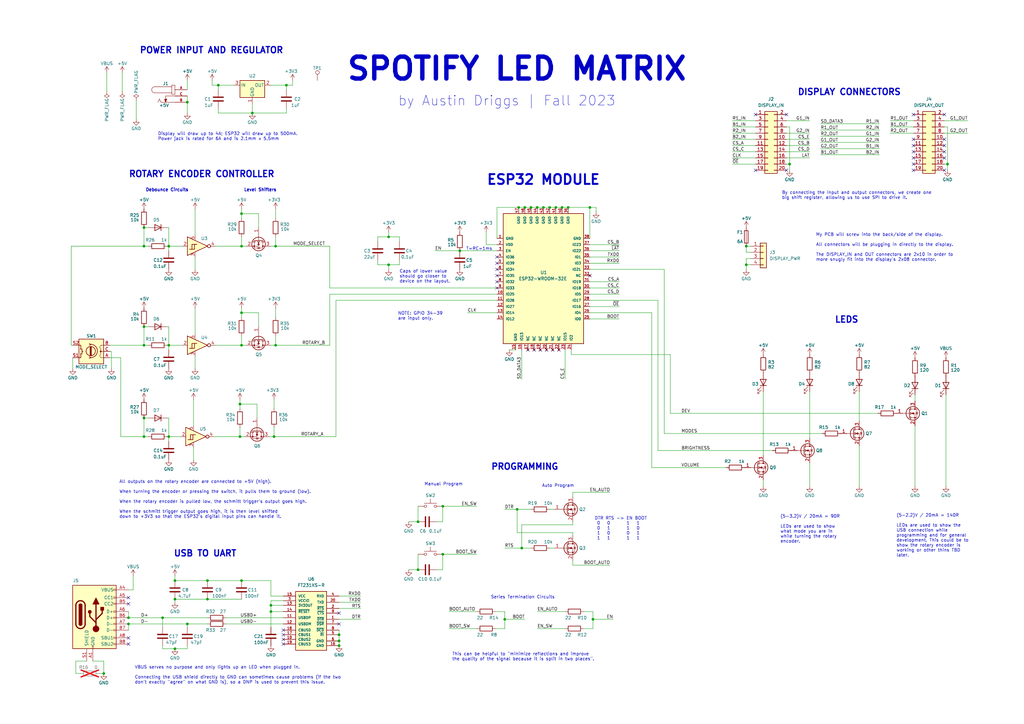
<source format=kicad_sch>
(kicad_sch (version 20230121) (generator eeschema)
  (paper "A3")
  (junction (at 59.055 100.965))
  (junction (at 217.805 85.09))
  (junction (at 139.065 260.35))
  (junction (at 159.385 97.155))
  (junction (at 306.07 100.965))
  (junction (at 222.885 85.09))
  (junction (at 171.45 233.68))
  (junction (at 181.61 227.33))
  (junction (at 233.045 85.09))
  (junction (at 225.425 85.09))
  (junction (at 212.09 208.915))
  (junction (at 71.755 266.065))
  (junction (at 227.965 85.09))
  (junction (at 181.61 207.645))
  (junction (at 99.06 238.125))
  (junction (at 388.62 67.31))
  (junction (at 117.475 34.925))
  (junction (at 207.01 254))
  (junction (at 85.09 245.745))
  (junction (at 71.755 245.745))
  (junction (at 188.595 102.87))
  (junction (at 85.09 238.125))
  (junction (at 59.055 93.345))
  (junction (at 139.065 262.89))
  (junction (at 215.265 85.09))
  (junction (at 59.055 171.45))
  (junction (at 98.425 179.07))
  (junction (at 212.725 85.09))
  (junction (at 66.675 253.365))
  (junction (at 99.06 128.27))
  (junction (at 69.215 179.07))
  (junction (at 112.395 179.07))
  (junction (at 241.935 85.09))
  (junction (at 113.03 141.605))
  (junction (at 71.755 238.125))
  (junction (at 98.425 165.735))
  (junction (at 139.065 264.795))
  (junction (at 213.995 224.79))
  (junction (at 323.85 67.31))
  (junction (at 59.055 133.985))
  (junction (at 111.125 250.825))
  (junction (at 99.06 87.63))
  (junction (at 171.45 213.995))
  (junction (at 99.06 141.605))
  (junction (at 99.06 100.965))
  (junction (at 52.705 255.905))
  (junction (at 306.07 108.585))
  (junction (at 103.505 46.355))
  (junction (at 59.055 141.605))
  (junction (at 159.385 108.585))
  (junction (at 42.545 276.225))
  (junction (at 59.055 179.07))
  (junction (at 113.03 100.965))
  (junction (at 69.215 141.605))
  (junction (at 230.505 85.09))
  (junction (at 220.345 85.09))
  (junction (at 111.125 248.285))
  (junction (at 76.835 255.905))
  (junction (at 76.835 41.91))
  (junction (at 69.215 100.965))
  (junction (at 243.205 254))
  (junction (at 52.705 253.365))
  (junction (at 89.535 34.925))
  (no_connect (at 374.65 46.99))
  (no_connect (at 374.65 57.15))
  (no_connect (at 52.705 264.16))
  (no_connect (at 224.155 143.51))
  (no_connect (at 374.65 64.77))
  (no_connect (at 203.835 113.03))
  (no_connect (at 387.35 59.69))
  (no_connect (at 52.705 247.65))
  (no_connect (at 387.35 64.77))
  (no_connect (at 241.935 113.03))
  (no_connect (at 139.065 251.46))
  (no_connect (at 374.65 62.23))
  (no_connect (at 387.35 57.15))
  (no_connect (at 322.58 46.99))
  (no_connect (at 374.65 59.69))
  (no_connect (at 309.88 69.85))
  (no_connect (at 216.535 143.51))
  (no_connect (at 387.35 62.23))
  (no_connect (at 52.705 261.62))
  (no_connect (at 203.835 107.95))
  (no_connect (at 139.065 255.905))
  (no_connect (at 116.205 258.445))
  (no_connect (at 116.205 260.35))
  (no_connect (at 52.705 245.11))
  (no_connect (at 221.615 143.51))
  (no_connect (at 203.835 105.41))
  (no_connect (at 374.65 67.31))
  (no_connect (at 229.235 143.51))
  (no_connect (at 226.695 143.51))
  (no_connect (at 203.835 118.11))
  (no_connect (at 387.35 46.99))
  (no_connect (at 203.835 115.57))
  (no_connect (at 387.35 69.85))
  (no_connect (at 309.88 46.99))
  (no_connect (at 219.075 143.51))
  (no_connect (at 374.65 69.85))
  (no_connect (at 116.205 262.255))
  (no_connect (at 203.835 110.49))
  (no_connect (at 116.205 264.16))
  (no_connect (at 322.58 69.85))
  (wire (pts (xy 375.285 174.625) (xy 375.285 199.39)))
  (wire (pts (xy 225.425 208.915) (xy 227.33 208.915)))
  (wire (pts (xy 45.085 141.605) (xy 59.055 141.605)))
  (wire (pts (xy 336.55 55.88) (xy 360.68 55.88)))
  (wire (pts (xy 31.115 271.145) (xy 31.115 276.225)))
  (wire (pts (xy 98.425 165.735) (xy 98.425 167.64)))
  (wire (pts (xy 139.065 244.475) (xy 147.955 244.475)))
  (wire (pts (xy 69.215 171.45) (xy 68.58 171.45)))
  (wire (pts (xy 323.85 52.07) (xy 323.85 67.31)))
  (wire (pts (xy 213.995 224.79) (xy 217.805 224.79)))
  (wire (pts (xy 300.355 64.77) (xy 309.88 64.77)))
  (wire (pts (xy 154.94 108.585) (xy 159.385 108.585)))
  (wire (pts (xy 29.21 100.965) (xy 59.055 100.965)))
  (wire (pts (xy 29.845 151.13) (xy 29.845 146.685)))
  (wire (pts (xy 76.835 33.02) (xy 76.835 36.83)))
  (wire (pts (xy 234.95 231.775) (xy 250.19 231.775)))
  (wire (pts (xy 215.265 254) (xy 207.01 254)))
  (wire (pts (xy 69.215 133.985) (xy 69.215 141.605)))
  (wire (pts (xy 113.03 100.965) (xy 135.255 100.965)))
  (wire (pts (xy 59.055 141.605) (xy 60.96 141.605)))
  (wire (pts (xy 212.09 208.915) (xy 217.805 208.915)))
  (wire (pts (xy 59.055 171.45) (xy 59.055 179.07)))
  (wire (pts (xy 208.915 143.51) (xy 211.455 143.51)))
  (wire (pts (xy 307.975 100.965) (xy 306.07 100.965)))
  (wire (pts (xy 99.06 137.795) (xy 99.06 141.605)))
  (wire (pts (xy 71.755 245.745) (xy 71.755 247.015)))
  (wire (pts (xy 178.435 102.87) (xy 188.595 102.87)))
  (wire (pts (xy 137.795 123.19) (xy 203.835 123.19)))
  (wire (pts (xy 188.595 102.87) (xy 203.835 102.87)))
  (wire (pts (xy 69.215 141.605) (xy 74.93 141.605)))
  (wire (pts (xy 99.06 87.63) (xy 106.045 87.63)))
  (wire (pts (xy 89.535 36.83) (xy 89.535 34.925)))
  (wire (pts (xy 59.055 93.345) (xy 59.055 100.965)))
  (wire (pts (xy 213.995 215.265) (xy 213.995 224.79)))
  (wire (pts (xy 313.055 160.655) (xy 313.055 186.69)))
  (wire (pts (xy 71.755 245.745) (xy 85.09 245.745)))
  (wire (pts (xy 113.03 141.605) (xy 135.255 141.605)))
  (wire (pts (xy 111.125 250.825) (xy 111.125 248.285)))
  (wire (pts (xy 227.965 85.09) (xy 230.505 85.09)))
  (wire (pts (xy 234.95 218.44) (xy 212.09 218.44)))
  (wire (pts (xy 300.355 57.15) (xy 309.88 57.15)))
  (wire (pts (xy 212.725 85.09) (xy 215.265 85.09)))
  (wire (pts (xy 69.215 100.965) (xy 74.93 100.965)))
  (wire (pts (xy 79.375 163.83) (xy 79.375 174.625)))
  (wire (pts (xy 387.35 67.31) (xy 388.62 67.31)))
  (wire (pts (xy 66.675 264.795) (xy 66.675 266.065)))
  (wire (pts (xy 31.115 276.225) (xy 33.02 276.225)))
  (wire (pts (xy 59.055 100.965) (xy 60.96 100.965)))
  (wire (pts (xy 98.425 165.735) (xy 105.41 165.735)))
  (wire (pts (xy 52.705 255.905) (xy 76.835 255.905)))
  (wire (pts (xy 69.215 100.965) (xy 68.58 100.965)))
  (wire (pts (xy 45.085 146.685) (xy 49.53 146.685)))
  (wire (pts (xy 243.205 257.81) (xy 243.205 254)))
  (wire (pts (xy 269.875 123.19) (xy 241.935 123.19)))
  (wire (pts (xy 212.09 218.44) (xy 212.09 208.915)))
  (wire (pts (xy 332.105 64.77) (xy 322.58 64.77)))
  (wire (pts (xy 111.125 34.925) (xy 117.475 34.925)))
  (wire (pts (xy 139.065 264.795) (xy 139.065 262.89)))
  (wire (pts (xy 76.835 264.795) (xy 76.835 266.065)))
  (wire (pts (xy 106.045 87.63) (xy 106.045 93.345)))
  (wire (pts (xy 99.06 128.27) (xy 106.045 128.27)))
  (wire (pts (xy 239.395 257.81) (xy 243.205 257.81)))
  (wire (pts (xy 29.21 141.605) (xy 29.21 100.965)))
  (wire (pts (xy 139.065 262.89) (xy 139.065 260.35)))
  (wire (pts (xy 105.41 165.735) (xy 105.41 171.45)))
  (wire (pts (xy 274.955 145.415) (xy 274.955 169.545)))
  (wire (pts (xy 154.94 97.155) (xy 154.94 99.06)))
  (wire (pts (xy 322.58 67.31) (xy 323.85 67.31)))
  (wire (pts (xy 59.055 93.345) (xy 60.96 93.345)))
  (wire (pts (xy 171.45 227.33) (xy 171.45 233.68)))
  (wire (pts (xy 332.105 62.23) (xy 322.58 62.23)))
  (wire (pts (xy 76.835 266.065) (xy 71.755 266.065)))
  (wire (pts (xy 231.775 155.575) (xy 231.775 143.51)))
  (wire (pts (xy 50.165 37.465) (xy 50.165 29.845)))
  (wire (pts (xy 59.055 179.07) (xy 60.96 179.07)))
  (wire (pts (xy 59.055 171.45) (xy 60.96 171.45)))
  (wire (pts (xy 203.2 257.81) (xy 207.01 257.81)))
  (wire (pts (xy 300.355 67.31) (xy 309.88 67.31)))
  (wire (pts (xy 181.61 227.33) (xy 181.61 233.68)))
  (wire (pts (xy 306.07 103.505) (xy 307.975 103.505)))
  (wire (pts (xy 171.45 207.645) (xy 171.45 213.995)))
  (wire (pts (xy 110.49 179.07) (xy 112.395 179.07)))
  (wire (pts (xy 35.56 271.145) (xy 31.115 271.145)))
  (wire (pts (xy 332.105 49.53) (xy 322.58 49.53)))
  (wire (pts (xy 103.505 42.545) (xy 103.505 46.355)))
  (wire (pts (xy 352.425 199.39) (xy 352.425 182.88)))
  (wire (pts (xy 139.065 249.555) (xy 147.955 249.555)))
  (wire (pts (xy 352.425 160.655) (xy 352.425 172.72)))
  (wire (pts (xy 69.215 141.605) (xy 68.58 141.605)))
  (wire (pts (xy 89.535 34.925) (xy 95.885 34.925)))
  (wire (pts (xy 306.07 100.965) (xy 306.07 103.505)))
  (wire (pts (xy 306.07 106.045) (xy 307.975 106.045)))
  (wire (pts (xy 89.535 46.355) (xy 89.535 44.45)))
  (wire (pts (xy 42.545 276.225) (xy 40.64 276.225)))
  (wire (pts (xy 87.63 179.07) (xy 98.425 179.07)))
  (wire (pts (xy 139.065 260.35) (xy 139.065 258.445)))
  (wire (pts (xy 217.805 85.09) (xy 220.345 85.09)))
  (wire (pts (xy 225.425 224.79) (xy 227.33 224.79)))
  (wire (pts (xy 99.06 126.365) (xy 99.06 128.27)))
  (wire (pts (xy 135.255 120.65) (xy 135.255 141.605)))
  (wire (pts (xy 167.64 213.995) (xy 171.45 213.995)))
  (wire (pts (xy 99.06 100.965) (xy 100.965 100.965)))
  (wire (pts (xy 269.875 123.19) (xy 269.875 184.785)))
  (wire (pts (xy 234.95 201.93) (xy 250.19 201.93)))
  (wire (pts (xy 300.355 52.07) (xy 309.88 52.07)))
  (wire (pts (xy 59.055 133.985) (xy 60.96 133.985)))
  (wire (pts (xy 365.125 49.53) (xy 374.65 49.53)))
  (wire (pts (xy 80.01 151.13) (xy 80.01 146.05)))
  (wire (pts (xy 59.055 133.985) (xy 59.055 141.605)))
  (wire (pts (xy 117.475 46.355) (xy 103.505 46.355)))
  (wire (pts (xy 99.06 128.27) (xy 99.06 130.175)))
  (wire (pts (xy 207.01 257.81) (xy 207.01 254)))
  (wire (pts (xy 388.62 69.85) (xy 388.62 67.31)))
  (wire (pts (xy 86.995 34.925) (xy 86.995 33.02)))
  (wire (pts (xy 139.065 247.015) (xy 147.955 247.015)))
  (wire (pts (xy 243.205 254) (xy 243.205 250.825)))
  (wire (pts (xy 199.39 100.33) (xy 203.835 100.33)))
  (wire (pts (xy 113.03 85.725) (xy 113.03 89.535)))
  (wire (pts (xy 332.105 54.61) (xy 322.58 54.61)))
  (wire (pts (xy 113.03 97.155) (xy 113.03 100.965)))
  (wire (pts (xy 113.03 137.795) (xy 113.03 141.605)))
  (wire (pts (xy 79.375 188.595) (xy 79.375 183.515)))
  (wire (pts (xy 112.395 179.07) (xy 137.795 179.07)))
  (wire (pts (xy 52.705 255.905) (xy 52.705 258.445)))
  (wire (pts (xy 99.06 85.725) (xy 99.06 87.63)))
  (wire (pts (xy 225.425 85.09) (xy 227.965 85.09)))
  (wire (pts (xy 106.045 128.27) (xy 106.045 133.985)))
  (wire (pts (xy 137.795 123.19) (xy 137.795 179.07)))
  (wire (pts (xy 99.06 97.155) (xy 99.06 100.965)))
  (wire (pts (xy 267.335 191.77) (xy 297.815 191.77)))
  (wire (pts (xy 332.105 59.69) (xy 322.58 59.69)))
  (wire (pts (xy 332.105 160.655) (xy 332.105 179.705)))
  (wire (pts (xy 199.39 95.25) (xy 199.39 100.33)))
  (wire (pts (xy 254 115.57) (xy 241.935 115.57)))
  (wire (pts (xy 387.985 161.925) (xy 387.985 199.39)))
  (wire (pts (xy 300.355 54.61) (xy 309.88 54.61)))
  (wire (pts (xy 163.83 97.155) (xy 163.83 99.06)))
  (wire (pts (xy 159.385 108.585) (xy 159.385 110.49)))
  (wire (pts (xy 234.95 231.775) (xy 234.95 229.87)))
  (wire (pts (xy 43.815 37.465) (xy 43.815 29.845)))
  (wire (pts (xy 241.935 107.95) (xy 254 107.95)))
  (wire (pts (xy 181.61 213.995) (xy 179.07 213.995)))
  (wire (pts (xy 52.705 253.365) (xy 66.675 253.365)))
  (wire (pts (xy 251.46 254) (xy 243.205 254)))
  (wire (pts (xy 306.07 108.585) (xy 306.07 110.49)))
  (wire (pts (xy 76.835 255.905) (xy 85.09 255.905)))
  (wire (pts (xy 111.125 100.965) (xy 113.03 100.965)))
  (wire (pts (xy 154.94 108.585) (xy 154.94 106.68)))
  (wire (pts (xy 111.125 141.605) (xy 113.03 141.605)))
  (wire (pts (xy 195.58 250.825) (xy 184.15 250.825)))
  (wire (pts (xy 45.72 151.13) (xy 45.72 144.145)))
  (wire (pts (xy 195.58 257.81) (xy 184.15 257.81)))
  (wire (pts (xy 274.955 169.545) (xy 360.045 169.545)))
  (wire (pts (xy 69.215 133.985) (xy 68.58 133.985)))
  (wire (pts (xy 66.675 253.365) (xy 85.09 253.365)))
  (wire (pts (xy 111.125 244.475) (xy 116.205 244.475)))
  (wire (pts (xy 213.995 155.575) (xy 213.995 143.51)))
  (wire (pts (xy 92.71 255.905) (xy 116.205 255.905)))
  (wire (pts (xy 244.475 85.09) (xy 241.935 85.09)))
  (wire (pts (xy 112.395 175.26) (xy 112.395 179.07)))
  (wire (pts (xy 42.545 271.145) (xy 42.545 276.225)))
  (wire (pts (xy 45.72 144.145) (xy 45.085 144.145)))
  (wire (pts (xy 113.03 126.365) (xy 113.03 130.175)))
  (wire (pts (xy 274.955 145.415) (xy 234.315 145.415)))
  (wire (pts (xy 49.53 146.685) (xy 49.53 179.07)))
  (wire (pts (xy 336.55 60.96) (xy 360.68 60.96)))
  (wire (pts (xy 322.58 52.07) (xy 323.85 52.07)))
  (wire (pts (xy 139.065 254) (xy 147.955 254)))
  (wire (pts (xy 241.935 105.41) (xy 254 105.41)))
  (wire (pts (xy 207.01 224.79) (xy 213.995 224.79)))
  (wire (pts (xy 69.215 180.975) (xy 69.215 179.07)))
  (wire (pts (xy 52.705 253.365) (xy 52.705 250.825)))
  (wire (pts (xy 80.01 126.365) (xy 80.01 137.16)))
  (wire (pts (xy 300.355 59.69) (xy 309.88 59.69)))
  (wire (pts (xy 212.725 85.09) (xy 203.835 85.09)))
  (wire (pts (xy 111.125 248.285) (xy 111.125 246.38)))
  (wire (pts (xy 233.045 85.09) (xy 241.935 85.09)))
  (wire (pts (xy 254 100.33) (xy 241.935 100.33)))
  (wire (pts (xy 85.09 245.745) (xy 99.06 245.745)))
  (wire (pts (xy 112.395 163.83) (xy 112.395 167.64)))
  (wire (pts (xy 111.125 244.475) (xy 111.125 238.125)))
  (wire (pts (xy 71.755 266.065) (xy 66.675 266.065)))
  (wire (pts (xy 203.835 85.09) (xy 203.835 97.79)))
  (wire (pts (xy 300.355 62.23) (xy 309.88 62.23)))
  (wire (pts (xy 267.335 128.27) (xy 267.335 191.77)))
  (wire (pts (xy 269.875 184.785) (xy 316.865 184.785)))
  (wire (pts (xy 234.95 201.93) (xy 234.95 203.835)))
  (wire (pts (xy 254 118.11) (xy 241.935 118.11)))
  (wire (pts (xy 71.755 238.125) (xy 85.09 238.125)))
  (wire (pts (xy 336.55 50.8) (xy 360.68 50.8)))
  (wire (pts (xy 396.875 49.53) (xy 387.35 49.53)))
  (wire (pts (xy 76.835 41.91) (xy 76.835 46.355)))
  (wire (pts (xy 163.83 108.585) (xy 163.83 106.68)))
  (wire (pts (xy 313.055 199.39) (xy 313.055 196.85)))
  (wire (pts (xy 29.21 141.605) (xy 29.845 141.605)))
  (wire (pts (xy 336.55 53.34) (xy 360.68 53.34)))
  (wire (pts (xy 86.995 34.925) (xy 89.535 34.925)))
  (wire (pts (xy 98.425 163.83) (xy 98.425 165.735)))
  (wire (pts (xy 254 102.87) (xy 241.935 102.87)))
  (wire (pts (xy 181.61 233.68) (xy 179.07 233.68)))
  (polyline (pts (xy 233.045 225.425) (xy 233.045 225.425)))
  (wire (pts (xy 54.61 236.22) (xy 54.61 241.935)))
  (wire (pts (xy 234.95 215.265) (xy 234.95 213.995)))
  (wire (pts (xy 66.675 257.175) (xy 66.675 253.365)))
  (wire (pts (xy 323.85 69.85) (xy 323.85 67.31)))
  (wire (pts (xy 117.475 46.355) (xy 117.475 44.45)))
  (wire (pts (xy 336.55 58.42) (xy 360.68 58.42)))
  (wire (pts (xy 38.1 271.145) (xy 42.545 271.145)))
  (wire (pts (xy 181.61 207.645) (xy 181.61 213.995)))
  (wire (pts (xy 76.835 257.175) (xy 76.835 255.905)))
  (wire (pts (xy 99.06 238.125) (xy 111.125 238.125)))
  (wire (pts (xy 207.01 208.915) (xy 212.09 208.915)))
  (wire (pts (xy 88.265 100.965) (xy 99.06 100.965)))
  (wire (pts (xy 99.06 141.605) (xy 100.965 141.605)))
  (wire (pts (xy 167.64 233.68) (xy 171.45 233.68)))
  (wire (pts (xy 181.61 227.33) (xy 195.58 227.33)))
  (wire (pts (xy 234.95 215.265) (xy 213.995 215.265)))
  (wire (pts (xy 306.07 108.585) (xy 307.975 108.585)))
  (wire (pts (xy 117.475 36.83) (xy 117.475 34.925)))
  (wire (pts (xy 306.07 106.045) (xy 306.07 108.585)))
  (wire (pts (xy 215.265 85.09) (xy 217.805 85.09)))
  (wire (pts (xy 234.315 145.415) (xy 234.315 143.51)))
  (wire (pts (xy 254 125.73) (xy 241.935 125.73)))
  (wire (pts (xy 365.125 52.07) (xy 374.65 52.07)))
  (wire (pts (xy 68.58 179.07) (xy 69.215 179.07)))
  (wire (pts (xy 272.415 177.8) (xy 337.185 177.8)))
  (wire (pts (xy 111.125 248.285) (xy 116.205 248.285)))
  (wire (pts (xy 92.71 253.365) (xy 116.205 253.365)))
  (wire (pts (xy 69.215 93.345) (xy 68.58 93.345)))
  (wire (pts (xy 336.55 63.5) (xy 360.68 63.5)))
  (wire (pts (xy 98.425 175.26) (xy 98.425 179.07)))
  (wire (pts (xy 120.015 34.925) (xy 117.475 34.925)))
  (wire (pts (xy 76.835 39.37) (xy 76.835 41.91)))
  (wire (pts (xy 220.345 85.09) (xy 222.885 85.09)))
  (wire (pts (xy 254 130.81) (xy 241.935 130.81)))
  (wire (pts (xy 388.62 52.07) (xy 388.62 67.31)))
  (wire (pts (xy 80.01 110.49) (xy 80.01 105.41)))
  (wire (pts (xy 120.015 34.925) (xy 120.015 33.02)))
  (wire (pts (xy 207.01 254) (xy 207.01 250.825)))
  (wire (pts (xy 239.395 250.825) (xy 243.205 250.825)))
  (wire (pts (xy 135.255 120.65) (xy 203.835 120.65)))
  (wire (pts (xy 231.775 250.825) (xy 220.345 250.825)))
  (wire (pts (xy 80.01 85.725) (xy 80.01 96.52)))
  (wire (pts (xy 241.935 110.49) (xy 272.415 110.49)))
  (wire (pts (xy 69.215 93.345) (xy 69.215 100.965)))
  (wire (pts (xy 89.535 46.355) (xy 103.505 46.355)))
  (wire (pts (xy 230.505 85.09) (xy 233.045 85.09)))
  (wire (pts (xy 387.35 54.61) (xy 396.875 54.61)))
  (wire (pts (xy 55.88 41.275) (xy 55.88 48.895)))
  (wire (pts (xy 111.125 250.825) (xy 111.125 257.175)))
  (wire (pts (xy 52.705 241.935) (xy 54.61 241.935)))
  (wire (pts (xy 203.2 250.825) (xy 207.01 250.825)))
  (wire (pts (xy 387.35 52.07) (xy 388.62 52.07)))
  (wire (pts (xy 231.775 257.81) (xy 220.345 257.81)))
  (wire (pts (xy 98.425 179.07) (xy 100.33 179.07)))
  (wire (pts (xy 159.385 108.585) (xy 163.83 108.585)))
  (wire (pts (xy 99.06 87.63) (xy 99.06 89.535)))
  (wire (pts (xy 272.415 110.49) (xy 272.415 177.8)))
  (wire (pts (xy 71.755 236.22) (xy 71.755 238.125)))
  (wire (pts (xy 69.215 143.51) (xy 69.215 141.605)))
  (wire (pts (xy 222.885 85.09) (xy 225.425 85.09)))
  (wire (pts (xy 365.125 54.61) (xy 374.65 54.61)))
  (wire (pts (xy 49.53 179.07) (xy 59.055 179.07)))
  (wire (pts (xy 159.385 97.155) (xy 163.83 97.155)))
  (wire (pts (xy 234.95 218.44) (xy 234.95 219.71)))
  (wire (pts (xy 375.285 161.925) (xy 375.285 164.465)))
  (wire (pts (xy 111.125 250.825) (xy 116.205 250.825)))
  (wire (pts (xy 135.255 100.965) (xy 135.255 118.11)))
  (wire (pts (xy 241.935 85.09) (xy 241.935 97.79)))
  (wire (pts (xy 85.09 238.125) (xy 99.06 238.125)))
  (wire (pts (xy 159.385 97.155) (xy 154.94 97.155)))
  (wire (pts (xy 332.105 57.15) (xy 322.58 57.15)))
  (wire (pts (xy 159.385 97.155) (xy 159.385 95.25)))
  (wire (pts (xy 254 120.65) (xy 241.935 120.65)))
  (wire (pts (xy 69.215 102.87) (xy 69.215 100.965)))
  (wire (pts (xy 88.265 141.605) (xy 99.06 141.605)))
  (wire (pts (xy 191.77 128.27) (xy 203.835 128.27)))
  (wire (pts (xy 181.61 207.645) (xy 195.58 207.645)))
  (wire (pts (xy 69.215 171.45) (xy 69.215 179.07)))
  (wire (pts (xy 300.355 49.53) (xy 309.88 49.53)))
  (wire (pts (xy 135.255 118.11) (xy 203.835 118.11)))
  (wire (pts (xy 332.105 199.39) (xy 332.105 189.865)))
  (wire (pts (xy 241.935 128.27) (xy 267.335 128.27)))
  (wire (pts (xy 69.215 179.07) (xy 74.295 179.07)))
  (wire (pts (xy 244.475 86.995) (xy 244.475 85.09)))
  (wire (pts (xy 111.125 246.38) (xy 116.205 246.38)))
  (text "T=RC=1ms" (at 201.93 102.87 0) (effects (font (size 1.27 1.27)) (justify right bottom)))
  (text "VBUS serves no purpose and only lights up an LED when plugged in.\n\nConnecting the USB shield directly to GND can sometimes cause problems (if the two \ndon't exactly \"agree\" on what GND is), so a DNP is used to prevent this issue." (at 55.245 280.67 0) (effects (font (size 1.27 1.27)) (justify left bottom)))
  (text "NOTE: GPIO 34-39\nare input only." (at 163.195 131.445 0) (effects (font (size 1.27 1.27)) (justify left bottom)))
  (text "DISPLAY CONNECTORS\n" (at 327.025 39.37 0) (effects (font (size 2.54 2.54) bold) (justify left bottom)))
  (text "Caps of lower value\nshould go closer to\ndevice on the layout." (at 163.83 116.205 0) (effects (font (size 1.27 1.27)) (justify left bottom)))
  (text "LEDS" (at 342.265 132.715 0) (effects (font (size 2.54 2.54) bold) (justify left bottom)))
  (text "Manual Program" (at 173.99 199.39 0) (effects (font (size 1.27 1.27)) (justify left bottom)))
  (text "This can be helpful to \"minimize reflections and improve \nthe quality of the signal because it is split in two places\"." (at 185.42 271.145 0) (effects (font (size 1.27 1.27)) (justify left bottom)))
  (text "POWER INPUT AND REGULATOR" (at 57.15 22.225 0) (effects (font (size 2.54 2.54) bold) (justify left bottom)))
  (text "Debounce Circuits				Level Shifters" (at 59.69 78.74 0) (effects (font (size 1.27 1.27) bold) (justify left bottom)))
  (text "(5-3.2)V / 20mA = 90R\n\nLEDs are used to show\nwhat mode you are in\nwhile turning the rotary\nencoder." (at 320.04 222.885 0) (effects (font (size 1.27 1.27)) (justify left bottom)))
  (text "Series Termination Circuits\n" (at 201.295 245.745 0) (effects (font (size 1.27 1.27)) (justify left bottom)))
  (text "USB TO UART" (at 71.12 228.6 0) (effects (font (size 2.54 2.54) bold) (justify left bottom)))
  (text "All outputs on the rotary encoder are connected to +5V (high). \n\nWhen turning the encoder or pressing the switch, it pulls them to ground (low).\n\nWhen the rotary encoder is pulled low, the schmitt trigger's output goes high.\n\nWhen the schmitt trigger output goes high, it is then level shifted \ndown to +3V3 so that the ESP32's digital input pins can handle it." (at 48.895 212.725 0) (effects (font (size 1.27 1.27)) (justify left bottom)))
  (text "ROTARY ENCODER CONTROLLER" (at 52.705 73.025 0) (effects (font (size 2.54 2.54) bold) (justify left bottom)))
  (text "Auto Program" (at 222.25 200.025 0) (effects (font (size 1.27 1.27)) (justify left bottom)))
  (text "My PCB will screw into the back/side of the display.\n\nAll connectors will be plugging in directly to the display.\n\nThe DISPLAY_IN and OUT connectors are 2x10 in order to \nmore snugly fit into the display's 2x08 connector." (at 334.645 107.315 0) (effects (font (size 1.27 1.27)) (justify left bottom)))
  (text "Display will draw up to 4A; ESP32 will draw up to 500mA.\nPower jack is rated for 6A and is 2.1mm x 5.5mm" (at 64.77 57.785 0) (effects (font (size 1.27 1.27)) (justify left bottom)))
  (text "(5-2.2)V / 20mA = 140R\n\nLEDs are used to show the\nUSB connection while \nprogramming and for general \ndevelopment. This could be to \nshow the rotary encoder is \nworking or other thins TBD \nlater." (at 367.665 228.6 0) (effects (font (size 1.27 1.27)) (justify left bottom)))
  (text "ESP32 MODULE" (at 199.39 76.2 0) (effects (font (size 4 4) bold) (justify left bottom)))
  (text "by Austin Driggs | Fall 2023" (at 163.195 43.815 0) (effects (font (size 4 4)) (justify left bottom)))
  (text "By connecting the input and output connectors, we create one \nbig shift register, allowing us to use SPI to drive it." (at 320.675 81.915 0) (effects (font (size 1.27 1.27)) (justify left bottom)))
  (text "DTR RTS -> EN BOOT\n 0   0       1   1\n 0   1       1   0\n 1   0       0   1\n 1   1       1   1" (at 243.84 221.615 0) (effects (font (size 1.27 1.27)) (justify left bottom)))
  (text "PROGRAMMING" (at 201.295 193.04 0) (effects (font (size 2.54 2.54) bold) (justify left bottom)))
  (text "SPOTIFY LED MATRIX" (at 141.605 33.655 0) (effects (font (size 9 9) bold) (justify left bottom)))
  (label "CLK" (at 191.77 128.27 0))
  (label "B2_IN" (at 300.355 57.15 0))
  (label "R1_OUT" (at 365.125 49.53 0))
  (label "D+" (at 57.785 253.365 0))
  (label "MODE_SELECT" (at 133.35 100.965 180))
  (label "EN_AUTO" (at 220.345 250.825 0))
  (label "~{OE}" (at 300.355 67.31 0))
  (label "CS_C" (at 254 118.11 180))
  (label "USBD+" (at 105.41 253.365 180))
  (label "SD_DATA3" (at 213.995 155.575 90))
  (label "G2_IN" (at 360.68 58.42 180))
  (label "BOOT_AUTO" (at 184.15 250.825 0))
  (label "DEV" (at 279.4 169.545 0))
  (label "RXD0" (at 254 107.95 180))
  (label "BRIGHTNESS" (at 279.4 184.785 0))
  (label "CS_E" (at 231.775 155.575 90))
  (label "EN_AUTO" (at 250.19 201.93 180))
  (label "G1_OUT" (at 336.55 58.42 0))
  (label "RXD0" (at 147.955 244.475 180))
  (label "R2_IN" (at 360.68 53.34 180))
  (label "B1_IN" (at 300.355 52.07 0))
  (label "B1_IN" (at 360.68 60.96 180))
  (label "CS_C" (at 300.355 62.23 0))
  (label "~{LAT}" (at 254 102.87 180))
  (label "EN" (at 251.46 254 180))
  (label "G1_OUT" (at 396.875 49.53 180))
  (label "EN_SW" (at 195.58 207.645 180))
  (label "DTR" (at 207.01 208.915 0))
  (label "G2_OUT" (at 396.875 54.61 180))
  (label "BOOT" (at 215.265 254 180))
  (label "G1_IN" (at 360.68 55.88 180))
  (label "R2_OUT" (at 336.55 55.88 0))
  (label "DTR" (at 147.955 254 180))
  (label "R2_IN" (at 300.355 54.61 0))
  (label "USBD-" (at 105.41 255.905 180))
  (label "LAT" (at 332.105 64.77 180))
  (label "G2_IN" (at 332.105 54.61 180))
  (label "R1_IN" (at 300.355 49.53 0))
  (label "CS_A" (at 254 115.57 180))
  (label "BOOT" (at 254 130.81 180))
  (label "B2_IN" (at 360.68 63.5 180))
  (label "CS_B" (at 332.105 59.69 180))
  (label "D-" (at 57.785 255.905 0))
  (label "VOLUME" (at 279.4 191.77 0))
  (label "R1_IN" (at 360.68 50.8 180))
  (label "BOOT_AUTO" (at 250.19 231.775 180))
  (label "G1_IN" (at 332.105 49.53 180))
  (label "BOOT_SW" (at 184.15 257.81 0))
  (label "TXD0" (at 254 105.41 180))
  (label "EN_SW" (at 220.345 257.81 0))
  (label "B1_OUT" (at 365.125 52.07 0))
  (label "ROTARY_B" (at 133.35 141.605 180))
  (label "G2_OUT" (at 336.55 60.96 0))
  (label "BOOT_SW" (at 195.58 227.33 180))
  (label "B1_OUT" (at 336.55 63.5 0))
  (label "CS_E" (at 332.105 57.15 180))
  (label "TXD0" (at 147.955 247.015 180))
  (label "R1_OUT" (at 336.55 53.34 0))
  (label "EN" (at 178.435 102.87 0))
  (label "~{OE}" (at 254 125.73 180))
  (label "CS_A" (at 300.355 59.69 0))
  (label "SD_DATA3" (at 336.55 50.8 0))
  (label "CS_D" (at 254 120.65 180))
  (label "CLK" (at 300.355 64.77 0))
  (label "RTS" (at 147.955 249.555 180))
  (label "ROTARY_A" (at 132.715 179.07 180))
  (label "CS_D" (at 332.105 62.23 180))
  (label "MODES" (at 279.4 177.8 0))
  (label "RTS" (at 207.01 224.79 0))
  (label "R2_OUT" (at 365.125 54.61 0))
  (label "CS_B" (at 254 100.33 180))
  (symbol (lib_id "Device:R") (at 221.615 208.915 90) (unit 1)
    (property "Reference" "R19" (at 220.345 206.375 90) (effects (justify left)))
    (property "Value" "10k" (at 226.695 206.375 90) (effects (justify left)))
    (property "Footprint" "Resistor_SMD:R_1206_3216Metric_Pad1.30x1.75mm_HandSolder" (effects hide))
    (property "Datasheet" "https://www.seielect.com/catalog/sei-rmcf_rmcp.pdf" (effects hide))
    (property "MPN" "RMCF1206FT10K0" (effects hide))
    (property "VPN" "RMCF1206FT10K0CT-ND" (effects hide))
    (property "Description" "RES 10K OHM 1% 1/4W 1206" (effects hide))
    (property "Manufacturer" "Stackpole Electronics Inc" (effects hide))
    (property "Vendor" "Digikey" (effects hide))
  )
  (symbol (lib_id "Device:R") (at 64.77 100.965 90) (unit 1)
    (property "Reference" "R26" (at 61.595 98.425 90))
    (property "Value" "1k" (at 67.31 98.425 90))
    (property "Footprint" "Resistor_SMD:R_1206_3216Metric_Pad1.30x1.75mm_HandSolder" (effects hide))
    (property "Datasheet" "https://www.seielect.com/catalog/sei-rmcf_rmcp.pdf" (effects hide))
    (property "Vendor" "Digikey" (effects hide))
    (property "Manufacturer" "Stackpole Electronics Inc" (effects hide))
    (property "Description" "RES 1K OHM 1% 1/4W 1206" (effects hide))
    (property "MPN" "RMCF1206FT1K00" (effects hide))
    (property "VPN" "RMCF1206FT1K00CT-ND" (effects hide))
  )
  (symbol (lib_id "Device:R") (at 88.9 253.365 90) (unit 1)
    (property "Reference" "R32" (at 86.36 250.825 90))
    (property "Value" "27" (at 91.44 250.825 90))
    (property "Footprint" "Resistor_SMD:R_1206_3216Metric_Pad1.30x1.75mm_HandSolder" (effects hide))
    (property "Datasheet" "https://www.seielect.com/catalog/sei-rmcf_rmcp.pdf" (effects hide))
    (property "Vendor" "Digikey" (effects hide))
    (property "Manufacturer" "Stackpole Electronics Inc" (effects hide))
    (property "Description" "RES 27 OHM 1% 1/4W 1206" (effects hide))
    (property "MPN" "RMCF1206FT27R0" (effects hide))
    (property "VPN" "RMCF1206FT27R0CT-ND" (effects hide))
  )
  (symbol (lib_id "power:+5V") (at 98.425 163.83 0) (unit 1)
    (property "Reference" "#PWR049" (effects hide))
    (property "Value" "+5V" (at 98.425 160.02 0))
  )
  (symbol (lib_id "power:PWR_FLAG") (at 43.815 37.465 180) (unit 1)
    (property "Reference" "#FLG01" (effects hide))
    (property "Value" "PWR_FLAG" (at 43.815 45.085 90))
  )
  (symbol (lib_id "power:+5V") (at 352.425 145.415 0) (unit 1)
    (property "Reference" "#PWR02" (effects hide))
    (property "Value" "+5V" (at 352.425 141.605 0))
  )
  (symbol (lib_id "power:GND") (at 69.215 151.13 0) (unit 1)
    (property "Reference" "#PWR017" (effects hide))
    (property "Value" "GND" (at 69.215 154.94 0))
  )
  (symbol (lib_id "power:GND") (at 159.385 110.49 0) (unit 1)
    (property "Reference" "#PWR06" (effects hide))
    (property "Value" "GND" (at 159.385 114.3 0))
  )
  (symbol (lib_id "Device:C") (at 111.125 260.985 0) (unit 1)
    (property "Reference" "C21" (at 104.14 260.985 0) (effects (justify left)))
    (property "Value" "100nF" (at 104.14 263.525 0) (effects (justify left)))
    (property "Footprint" "Capacitor_SMD:C_1206_3216Metric_Pad1.33x1.80mm_HandSolder" (effects hide))
    (property "Vendor" "Digikey" (effects hide))
  )
  (symbol (lib_id "power:GND") (at 29.845 151.13 0) (unit 1)
    (property "Reference" "#PWR07" (effects hide))
    (property "Value" "GND" (at 29.845 154.94 0))
  )
  (symbol (lib_id "Device:C") (at 117.475 40.64 0) (unit 1)
    (property "Reference" "C2" (at 120.65 40.64 0) (effects (justify left)))
    (property "Value" "1uF" (at 119.38 43.18 0) (effects (justify left)))
    (property "Footprint" "Capacitor_SMD:C_1206_3216Metric_Pad1.33x1.80mm_HandSolder" (effects hide))
    (property "Vendor" "Digikey" (effects hide))
  )
  (symbol (lib_id "power:GND") (at 103.505 46.355 0) (unit 1)
    (property "Reference" "#PWR011" (effects hide))
    (property "Value" "GND" (at 103.505 50.165 0))
  )
  (symbol (lib_id "power:GND") (at 167.64 213.995 0) (unit 1)
    (property "Reference" "#PWR029" (effects hide))
    (property "Value" "GND" (at 167.64 217.805 0))
  )
  (symbol (lib_id "Device:LED") (at 313.055 156.845 270) (mirror x) (unit 1)
    (property "Reference" "D3" (at 311.15 157.48 90) (effects (justify right)))
    (property "Value" "VOLUME" (effects hide))
    (property "Footprint" "LED_THT:LED_D5.0mm_Horizontal_O1.27mm_Z9.0mm" (effects hide))
    (property "Datasheet" "https://www.lumex.com/spec/SSL-LX5093VC.pdf" (effects hide))
    (property "MPN" "SSL-LX5093VC" (effects hide))
    (property "VPN" "67-2064-ND" (effects hide))
    (property "Description" "LED PURPLE CLEAR T-1 3/4 T/H" (effects hide))
    (property "Manufacturer" "Lumex Opto/Components Inc." (effects hide))
    (property "Vendor" "Digikey" (effects hide))
  )
  (symbol (lib_id "power:VBUS") (at 54.61 236.22 0) (unit 1)
    (property "Reference" "#PWR061" (effects hide))
    (property "Value" "VBUS" (at 54.61 232.41 0))
  )
  (symbol (lib_id "Device:LED") (at 375.285 158.115 270) (mirror x) (unit 1)
    (property "Reference" "D2" (at 373.38 158.115 90) (effects (justify right)))
    (property "Value" "DEV" (effects hide))
    (property "Footprint" "LED_THT:LED_D5.0mm_Horizontal_O1.27mm_Z9.0mm" (effects hide))
    (property "Datasheet" "https://www.kingbrightusa.com/images/catalog/SPEC/WP7113SGC.pdf" (effects hide))
    (property "MPN" "WP7113SGC" (effects hide))
    (property "VPN" "754-1273-ND" (effects hide))
    (property "Description" "LED GREEN CLEAR T-1 3/4 T/H" (effects hide))
    (property "Manufacturer" "Kingbright" (effects hide))
    (property "Vendor" "Digikey" (effects hide))
  )
  (symbol (lib_id "power:+3V3") (at 199.39 95.25 0) (unit 1)
    (property "Reference" "#PWR022" (effects hide))
    (property "Value" "+3V3" (at 199.39 91.44 0))
  )
  (symbol (lib_id "power:+5V") (at 59.055 126.365 0) (unit 1)
    (property "Reference" "#PWR016" (effects hide))
    (property "Value" "+5V" (at 59.055 122.555 0))
  )
  (symbol (lib_id "power:+3V3") (at 113.03 126.365 0) (unit 1)
    (property "Reference" "#PWR048" (effects hide))
    (property "Value" "+3V3" (at 112.395 122.555 0))
  )
  (symbol (lib_id "power:VBUS") (at 387.985 146.685 0) (unit 1)
    (property "Reference" "#PWR063" (effects hide))
    (property "Value" "VBUS" (at 387.985 142.875 0))
  )
  (symbol (lib_id "power:+5V") (at 375.285 146.685 0) (unit 1)
    (property "Reference" "#PWR030" (effects hide))
    (property "Value" "+5V" (at 375.285 142.875 0))
  )
  (symbol (lib_id "Device:C") (at 89.535 40.64 0) (unit 1)
    (property "Reference" "C1" (at 83.82 40.64 0) (effects (justify left)))
    (property "Value" "1uF" (at 83.82 43.18 0) (effects (justify left)))
    (property "Footprint" "Capacitor_SMD:C_1206_3216Metric_Pad1.33x1.80mm_HandSolder" (effects hide))
    (property "Vendor" "Digikey" (effects hide))
  )
  (symbol (lib_id "Connector:TestPoint") (at 130.175 33.02 0) (unit 1)
    (property "Reference" "TP1" (at 128.27 27.94 0) (effects (justify left)))
    (property "Value" "TestPoint" (effects hide))
  )
  (symbol (lib_id "Device:C") (at 175.26 213.995 270) (unit 1)
    (property "Reference" "C6" (at 172.085 217.805 90) (effects (justify left)))
    (property "Value" "0.1uF" (at 175.895 217.805 90) (effects (justify left)))
    (property "Footprint" "Capacitor_SMD:C_1206_3216Metric_Pad1.33x1.80mm_HandSolder" (effects hide))
    (property "Vendor" "Digikey" (effects hide))
  )
  (symbol (lib_id "power:GND") (at 188.595 110.49 0) (unit 1)
    (property "Reference" "#PWR019" (effects hide))
    (property "Value" "GND" (at 188.595 114.3 0))
  )
  (symbol (lib_id "Device:C") (at 188.595 106.68 0) (unit 1)
    (property "Reference" "C5" (at 191.135 106.68 0) (effects (justify left)))
    (property "Value" "1uF" (at 189.865 109.22 0) (effects (justify left)))
    (property "Footprint" "Capacitor_SMD:C_1206_3216Metric_Pad1.33x1.80mm_HandSolder" (effects hide))
    (property "Vendor" "Digikey" (effects hide))
  )
  (symbol (lib_id "Device:LED") (at 332.105 156.845 270) (mirror x) (unit 1)
    (property "Reference" "D4" (at 330.2 157.48 90) (effects (justify right)))
    (property "Value" "BRIGHTNESS" (effects hide))
    (property "Footprint" "LED_THT:LED_D5.0mm_Horizontal_O1.27mm_Z9.0mm" (effects hide))
    (property "Datasheet" "https://www.lumex.com/spec/SSL-LX5093VC.pdf" (effects hide))
    (property "MPN" "SSL-LX5093VC" (effects hide))
    (property "VPN" "67-2064-ND" (effects hide))
    (property "Description" "LED PURPLE CLEAR T-1 3/4 T/H" (effects hide))
    (property "Manufacturer" "Lumex Opto/Components Inc." (effects hide))
    (property "Vendor" "Digikey" (effects hide))
  )
  (symbol (lib_id "Device:R") (at 313.055 149.225 0) (mirror x) (unit 1)
    (property "Reference" "R3" (at 314.96 148.59 0) (effects (justify left)))
    (property "Value" "82" (at 314.96 150.495 0) (effects (justify left)))
    (property "Footprint" "Resistor_SMD:R_1206_3216Metric_Pad1.30x1.75mm_HandSolder" (effects hide))
    (property "Datasheet" "https://www.seielect.com/catalog/sei-rmcf_rmcp.pdf" (effects hide))
    (property "Footprint" "Resistor_THT:R_Axial_DIN0207_L6.3mm_D2.5mm_P7.62mm_Horizontal" (effects hide))
    (property "Datasheet" "https://www.seielect.com/catalog/sei-cf_cfm.pdf" (effects hide))
    (property "MPN" "RMCF1206FT82R0" (effects hide))
    (property "VPN" "738-RMCF1206FT82R0CT-ND" (effects hide))
    (property "Description" "RES 82 OHM 1% 1/4W 1206" (effects hide))
    (property "Vendor" "Digikey" (effects hide))
    (property "Manufacturer" "Stackpole Electronics Inc" (effects hide))
  )
  (symbol (lib_name "MC74HC1G14DTT1G_2") (lib_id "spotify-led-matrix:MC74HC1G14DTT1G") (at 78.74 141.605 0) (unit 1)
    (property "Reference" "U4" (at 83.82 138.43 0))
    (property "Value" "MC74HC1G14DTT1G" (effects hide))
    (property "Footprint" "Package_TO_SOT_SMD:SOT-23-5_HandSoldering" (effects hide))
    (property "Datasheet" "https://www.onsemi.com/pdf/datasheet/mc74hc1g14-d.pdf" (effects hide))
    (property "Vendor" "Digikey" (effects hide))
    (property "MPN" "MC74HC1G14DTT1G" (effects hide))
    (property "VPN" "MC74HC1G14DTT1GOSCT-ND" (effects hide))
    (property "Description" "IC INVERT SCHMITT 1CH 1INP 5TSOP" (effects hide))
    (property "Manufacturer" "onsemi" (effects hide))
  )
  (symbol (lib_id "power:+5V") (at 59.055 85.725 0) (unit 1)
    (property "Reference" "#PWR040" (effects hide))
    (property "Value" "+5V" (at 59.055 81.915 0))
  )
  (symbol (lib_id "Device:C") (at 66.675 260.985 0) (unit 1)
    (property "Reference" "C17" (at 69.215 260.985 0) (effects (justify left)))
    (property "Value" "47pF" (at 67.945 263.525 0) (effects (justify left)))
    (property "Footprint" "Capacitor_SMD:C_1206_3216Metric_Pad1.33x1.80mm_HandSolder" (effects hide))
    (property "Vendor" "Digikey" (effects hide))
  )
  (symbol (lib_id "Connector_Generic:Conn_02x10_Odd_Even") (at 314.96 57.15 0) (unit 1)
    (property "Reference" "J2" (at 316.23 40.64 0))
    (property "Value" "DISPLAY_IN" (at 316.23 43.18 0))
    (property "Footprint" "Connector_PinSocket_2.54mm:PinSocket_2x10_P2.54mm_Vertical" (effects hide))
    (property "Datasheet" "http://suddendocs.samtec.com/catalog_english/ssq_th.pdf" (effects hide))
    (property "MPN" "SSQ-110-02-G-D" (effects hide))
    (property "VPN" "SAM1185-10-ND" (effects hide))
    (property "Description" "CONN RCPT 20POS 0.1 GOLD PCB" (effects hide))
    (property "Manufacturer" "Samtec Inc." (effects hide))
    (property "Vendor" "Digikey" (effects hide))
  )
  (symbol (lib_id "Device:R") (at 59.055 167.64 180) (unit 1)
    (property "Reference" "R27" (at 57.15 167.005 0) (effects (justify left)))
    (property "Value" "10k" (at 57.15 168.91 0) (effects (justify left)))
    (property "Footprint" "Resistor_SMD:R_1206_3216Metric_Pad1.30x1.75mm_HandSolder" (effects hide))
    (property "Datasheet" "https://www.seielect.com/catalog/sei-rmcf_rmcp.pdf" (effects hide))
    (property "MPN" "RMCF1206FT10K0" (effects hide))
    (property "VPN" "RMCF1206FT10K0CT-ND" (effects hide))
    (property "Description" "RES 10K OHM 1% 1/4W 1206" (effects hide))
    (property "Manufacturer" "Stackpole Electronics Inc" (effects hide))
    (property "Vendor" "Digikey" (effects hide))
  )
  (symbol (lib_id "Device:R") (at 59.055 89.535 180) (unit 1)
    (property "Reference" "R25" (at 57.15 88.265 0) (effects (justify left)))
    (property "Value" "10k" (at 57.15 90.17 0) (effects (justify left)))
    (property "Footprint" "Resistor_SMD:R_1206_3216Metric_Pad1.30x1.75mm_HandSolder" (effects hide))
    (property "Datasheet" "https://www.seielect.com/catalog/sei-rmcf_rmcp.pdf" (effects hide))
    (property "MPN" "RMCF1206FT10K0" (effects hide))
    (property "VPN" "RMCF1206FT10K0CT-ND" (effects hide))
    (property "Description" "RES 10K OHM 1% 1/4W 1206" (effects hide))
    (property "Manufacturer" "Stackpole Electronics Inc" (effects hide))
    (property "Vendor" "Digikey" (effects hide))
  )
  (symbol (lib_id "Transistor_FET:IRLML6244") (at 232.41 224.79 0) (unit 1)
    (property "Reference" "Q3" (at 237.49 224.79 0) (effects (justify left)))
    (property "Value" "SS8050-G" (effects hide))
    (property "Footprint" "Package_TO_SOT_SMD:SOT-23-3" (effects hide))
    (property "Datasheet" "https://www.comchiptech.com/admin/files/product/SS8050-G%20RevA181526.pdf" (effects hide))
    (property "MPN" "SS8050-G" (effects hide))
    (property "VPN" "641-1790-1-ND" (effects hide))
    (property "Description" "TRANS NPN 25V 1.5A SOT23-3" (effects hide))
    (property "Manufacturer" "Comchip Technology" (effects hide))
    (property "Vendor" "Digikey" (effects hide))
  )
  (symbol (lib_id "power:+5V") (at 332.105 145.415 0) (unit 1)
    (property "Reference" "#PWR024" (effects hide))
    (property "Value" "+5V" (at 332.105 141.605 0))
  )
  (symbol (lib_id "Transistor_FET:IRLML6244") (at 329.565 184.785 0) (unit 1)
    (property "Reference" "Q8" (at 334.645 184.785 0) (effects (justify left)))
    (property "Value" "IRLML6244TRPBF" (effects hide))
    (property "Footprint" "Package_TO_SOT_SMD:SOT-23" (effects hide))
    (property "Datasheet" "https://www.infineon.com/dgdl/Infineon-IRLML6244-DataSheet-v01_01-EN.pdf?fileId=5546d462533600a4015356686fed261f" (effects hide))
    (property "MPN" "IRLML6244TRPBF" (effects hide))
    (property "VPN" "IRLML6244TRPBFCT-ND" (effects hide))
    (property "Description" "MOSFET N-CH 20V 6.3A SOT23" (effects hide))
    (property "Manufacturer" "Infineon Technologies" (effects hide))
    (property "Vendor" "Digikey" (effects hide))
  )
  (symbol (lib_id "Device:C") (at 175.26 233.68 270) (unit 1)
    (property "Reference" "C10" (at 171.45 237.49 90) (effects (justify left)))
    (property "Value" "0.1uF" (at 175.895 237.49 90) (effects (justify left)))
    (property "Footprint" "Capacitor_SMD:C_1206_3216Metric_Pad1.33x1.80mm_HandSolder" (effects hide))
    (property "Vendor" "Digikey" (effects hide))
  )
  (symbol (lib_id "Device:R") (at 235.585 250.825 270) (unit 1)
    (property "Reference" "R10" (at 238.76 253.365 90))
    (property "Value" "22" (at 233.045 253.365 90))
    (property "Footprint" "Resistor_SMD:R_1206_3216Metric_Pad1.30x1.75mm_HandSolder" (effects hide))
    (property "Datasheet" "https://www.seielect.com/catalog/sei-rmcf_rmcp.pdf" (effects hide))
    (property "Vendor" "Digikey" (effects hide))
    (property "Manufacturer" "Stackpole Electronics Inc" (effects hide))
    (property "Description" "RES 22 OHM 1% 1/4W 1206" (effects hide))
    (property "MPN" "RMCF1206FT22R0" (effects hide))
    (property "VPN" "RMCF1206FT22R0CT-ND" (effects hide))
  )
  (symbol (lib_id "power:GND") (at 80.01 110.49 0) (unit 1)
    (property "Reference" "#PWR054" (effects hide))
    (property "Value" "GND" (at 80.01 114.3 0))
  )
  (symbol (lib_id "Device:C") (at 99.06 241.935 0) (unit 1)
    (property "Reference" "C11" (at 101.6 241.935 0) (effects (justify left)))
    (property "Value" "100nF" (at 100.33 244.475 0) (effects (justify left)))
    (property "Footprint" "Capacitor_SMD:C_1206_3216Metric_Pad1.33x1.80mm_HandSolder" (effects hide))
    (property "Vendor" "Digikey" (effects hide))
  )
  (symbol (lib_id "Device:R") (at 301.625 191.77 90) (unit 1)
    (property "Reference" "R2" (at 298.45 189.23 90))
    (property "Value" "1k" (at 304.165 189.23 90))
    (property "Footprint" "Resistor_SMD:R_1206_3216Metric_Pad1.30x1.75mm_HandSolder" (effects hide))
    (property "Datasheet" "https://www.seielect.com/catalog/sei-rmcf_rmcp.pdf" (effects hide))
    (property "Vendor" "Digikey" (effects hide))
    (property "Manufacturer" "Stackpole Electronics Inc" (effects hide))
    (property "Description" "RES 1K OHM 1% 1/4W 1206" (effects hide))
    (property "MPN" "RMCF1206FT1K00" (effects hide))
    (property "VPN" "RMCF1206FT1K00CT-ND" (effects hide))
  )
  (symbol (lib_id "power:GND") (at 375.285 199.39 0) (unit 1)
    (property "Reference" "#PWR031" (effects hide))
    (property "Value" "GND" (at 375.285 203.2 0))
  )
  (symbol (lib_id "Transistor_FET:IRLML6244") (at 105.41 176.53 270) (unit 1)
    (property "Reference" "Q6" (at 104.14 182.88 90) (effects (justify left)))
    (property "Value" "IRLML6244TRPBF" (effects hide))
    (property "Footprint" "Package_TO_SOT_SMD:SOT-23" (effects hide))
    (property "Datasheet" "https://www.infineon.com/dgdl/Infineon-IRLML6244-DataSheet-v01_01-EN.pdf?fileId=5546d462533600a4015356686fed261f" (effects hide))
    (property "MPN" "IRLML6244TRPBF" (effects hide))
    (property "VPN" "IRLML6244TRPBFCT-ND" (effects hide))
    (property "Description" "MOSFET N-CH 20V 6.3A SOT23" (effects hide))
    (property "Manufacturer" "Infineon Technologies" (effects hide))
    (property "Vendor" "Digikey" (effects hide))
  )
  (symbol (lib_id "Connector_Generic:Conn_02x10_Odd_Even") (at 379.73 57.15 0) (unit 1)
    (property "Reference" "J4" (at 381 40.64 0))
    (property "Value" "DISPLAY_OUT" (at 381 43.18 0))
    (property "Footprint" "Connector_PinSocket_2.54mm:PinSocket_2x10_P2.54mm_Vertical" (effects hide))
    (property "Datasheet" "http://suddendocs.samtec.com/catalog_english/ssq_th.pdf" (effects hide))
    (property "MPN" "SSQ-110-02-G-D" (effects hide))
    (property "VPN" "SAM1185-10-ND" (effects hide))
    (property "Description" "CONN RCPT 20POS 0.1 GOLD PCB" (effects hide))
    (property "Manufacturer" "Samtec Inc." (effects hide))
    (property "Vendor" "Digikey" (effects hide))
  )
  (symbol (lib_id "Device:R") (at 363.855 169.545 90) (unit 1)
    (property "Reference" "R17" (at 360.68 167.005 90))
    (property "Value" "1k" (at 366.395 167.005 90))
    (property "Footprint" "Resistor_SMD:R_1206_3216Metric_Pad1.30x1.75mm_HandSolder" (effects hide))
    (property "Datasheet" "https://www.seielect.com/catalog/sei-rmcf_rmcp.pdf" (effects hide))
    (property "Vendor" "Digikey" (effects hide))
    (property "Manufacturer" "Stackpole Electronics Inc" (effects hide))
    (property "Description" "RES 1K OHM 1% 1/4W 1206" (effects hide))
    (property "MPN" "RMCF1206FT1K00" (effects hide))
    (property "VPN" "RMCF1206FT1K00CT-ND" (effects hide))
  )
  (symbol (lib_id "Device:R") (at 113.03 133.985 180) (unit 1)
    (property "Reference" "R35" (at 118.745 132.715 0) (effects (justify left)))
    (property "Value" "10k" (at 118.745 134.62 0) (effects (justify left)))
    (property "Footprint" "Resistor_SMD:R_1206_3216Metric_Pad1.30x1.75mm_HandSolder" (effects hide))
    (property "Datasheet" "https://www.seielect.com/catalog/sei-rmcf_rmcp.pdf" (effects hide))
    (property "MPN" "RMCF1206FT10K0" (effects hide))
    (property "VPN" "RMCF1206FT10K0CT-ND" (effects hide))
    (property "Description" "RES 10K OHM 1% 1/4W 1206" (effects hide))
    (property "Manufacturer" "Stackpole Electronics Inc" (effects hide))
    (property "Vendor" "Digikey" (effects hide))
  )
  (symbol (lib_id "power:GND") (at 244.475 86.995 0) (unit 1)
    (property "Reference" "#PWR020" (effects hide))
    (property "Value" "GND" (at 244.475 90.805 0))
  )
  (symbol (lib_id "Transistor_FET:IRLML6244") (at 106.045 98.425 270) (unit 1)
    (property "Reference" "Q4" (at 104.775 104.775 90) (effects (justify left)))
    (property "Value" "IRLML6244TRPBF" (effects hide))
    (property "Footprint" "Package_TO_SOT_SMD:SOT-23" (effects hide))
    (property "Datasheet" "https://www.infineon.com/dgdl/Infineon-IRLML6244-DataSheet-v01_01-EN.pdf?fileId=5546d462533600a4015356686fed261f" (effects hide))
    (property "MPN" "IRLML6244TRPBF" (effects hide))
    (property "VPN" "IRLML6244TRPBFCT-ND" (effects hide))
    (property "Description" "MOSFET N-CH 20V 6.3A SOT23" (effects hide))
    (property "Manufacturer" "Infineon Technologies" (effects hide))
    (property "Vendor" "Digikey" (effects hide))
  )
  (symbol (lib_id "Device:LED") (at 352.425 156.845 270) (mirror x) (unit 1)
    (property "Reference" "D8" (at 350.52 157.48 90) (effects (justify right)))
    (property "Value" "MODES" (effects hide))
    (property "Footprint" "LED_THT:LED_D5.0mm_Horizontal_O1.27mm_Z9.0mm" (effects hide))
    (property "Datasheet" "https://www.lumex.com/spec/SSL-LX5093VC.pdf" (effects hide))
    (property "MPN" "SSL-LX5093VC" (effects hide))
    (property "VPN" "67-2064-ND" (effects hide))
    (property "Description" "LED PURPLE CLEAR T-1 3/4 T/H" (effects hide))
    (property "Manufacturer" "Lumex Opto/Components Inc." (effects hide))
    (property "Vendor" "Digikey" (effects hide))
  )
  (symbol (lib_id "power:GND") (at 80.01 151.13 0) (unit 1)
    (property "Reference" "#PWR052" (effects hide))
    (property "Value" "GND" (at 80.01 154.94 0))
  )
  (symbol (lib_id "Device:R") (at 113.03 93.345 180) (unit 1)
    (property "Reference" "R30" (at 118.745 92.075 0) (effects (justify left)))
    (property "Value" "10k" (at 118.745 93.98 0) (effects (justify left)))
    (property "Footprint" "Resistor_SMD:R_1206_3216Metric_Pad1.30x1.75mm_HandSolder" (effects hide))
    (property "Datasheet" "https://www.seielect.com/catalog/sei-rmcf_rmcp.pdf" (effects hide))
    (property "MPN" "RMCF1206FT10K0" (effects hide))
    (property "VPN" "RMCF1206FT10K0CT-ND" (effects hide))
    (property "Description" "RES 10K OHM 1% 1/4W 1206" (effects hide))
    (property "Manufacturer" "Stackpole Electronics Inc" (effects hide))
    (property "Vendor" "Digikey" (effects hide))
  )
  (symbol (lib_id "power:+5V") (at 306.07 93.345 0) (unit 1)
    (property "Reference" "#PWR021" (effects hide))
    (property "Value" "+5V" (at 306.07 89.535 0))
  )
  (symbol (lib_id "power:+3V3") (at 120.015 33.02 0) (unit 1)
    (property "Reference" "#PWR010" (effects hide))
    (property "Value" "+3V3" (at 119.38 29.21 0))
  )
  (symbol (lib_id "power:+5V") (at 50.165 29.845 0) (unit 1)
    (property "Reference" "#PWR062" (effects hide))
    (property "Value" "+5V" (at 50.165 26.035 0))
  )
  (symbol (lib_id "spotify-led-matrix:MC74HC1G14DTT1G") (at 78.105 179.07 0) (unit 1)
    (property "Reference" "U5" (at 83.185 175.895 0))
    (property "Value" "MC74HC1G14DTT1G" (effects hide))
    (property "Footprint" "Package_TO_SOT_SMD:SOT-23-5_HandSoldering" (effects hide))
    (property "Datasheet" "https://www.onsemi.com/pdf/datasheet/mc74hc1g14-d.pdf" (effects hide))
    (property "Vendor" "Digikey" (effects hide))
    (property "MPN" "MC74HC1G14DTT1G" (effects hide))
    (property "VPN" "MC74HC1G14DTT1GOSCT-ND" (effects hide))
    (property "Description" "IC INVERT SCHMITT 1CH 1INP 5TSOP" (effects hide))
    (property "Manufacturer" "onsemi" (effects hide))
  )
  (symbol (lib_id "Transistor_FET:IRLML6244") (at 310.515 191.77 0) (unit 1)
    (property "Reference" "Q9" (at 315.595 191.77 0) (effects (justify left)))
    (property "Value" "IRLML6244TRPBF" (effects hide))
    (property "Footprint" "Package_TO_SOT_SMD:SOT-23" (effects hide))
    (property "Datasheet" "https://www.infineon.com/dgdl/Infineon-IRLML6244-DataSheet-v01_01-EN.pdf?fileId=5546d462533600a4015356686fed261f" (effects hide))
    (property "MPN" "IRLML6244TRPBF" (effects hide))
    (property "VPN" "IRLML6244TRPBFCT-ND" (effects hide))
    (property "Description" "MOSFET N-CH 20V 6.3A SOT23" (effects hide))
    (property "Manufacturer" "Infineon Technologies" (effects hide))
    (property "Vendor" "Digikey" (effects hide))
  )
  (symbol (lib_id "power:GND") (at 71.755 247.015 0) (mirror y) (unit 1)
    (property "Reference" "#PWR057" (effects hide))
    (property "Value" "GND" (at 71.755 250.825 0))
  )
  (symbol (lib_id "power:+5V") (at 219.71 442.595 0) (unit 1)
    (property "Reference" "#PWR046" (effects hide))
    (property "Value" "+5V" (at 219.71 438.785 0))
  )
  (symbol (lib_id "Device:R") (at 352.425 149.225 0) (mirror x) (unit 1)
    (property "Reference" "R7" (at 354.33 148.59 0) (effects (justify left)))
    (property "Value" "82" (at 354.33 150.495 0) (effects (justify left)))
    (property "Footprint" "Resistor_SMD:R_1206_3216Metric_Pad1.30x1.75mm_HandSolder" (effects hide))
    (property "Datasheet" "https://www.seielect.com/catalog/sei-rmcf_rmcp.pdf" (effects hide))
    (property "Footprint" "Resistor_THT:R_Axial_DIN0207_L6.3mm_D2.5mm_P7.62mm_Horizontal" (effects hide))
    (property "Datasheet" "https://www.seielect.com/catalog/sei-cf_cfm.pdf" (effects hide))
    (property "MPN" "RMCF1206FT82R0" (effects hide))
    (property "VPN" "738-RMCF1206FT82R0CT-ND" (effects hide))
    (property "Description" "RES 82 OHM 1% 1/4W 1206" (effects hide))
    (property "Vendor" "Digikey" (effects hide))
    (property "Manufacturer" "Stackpole Electronics Inc" (effects hide))
  )
  (symbol (lib_id "Connector_Generic:Conn_01x04") (at 313.055 103.505 0) (unit 1)
    (property "Reference" "J3" (at 315.595 103.505 0) (effects (justify left)))
    (property "Value" "DISPLAY_PWR" (at 315.595 106.045 0) (effects (justify left)))
  )
  (symbol (lib_id "Switch:SW_Push") (at 176.53 227.33 0) (unit 1)
    (property "Reference" "SW3" (at 176.53 222.885 0))
    (property "Value" "BOOT" (effects hide))
    (property "Footprint" "spotify-led-matrix:SW_TL3301DF160QG" (effects hide))
    (property "Datasheet" "https://eswitch.wpengine.com/wp-content/uploads/2022/06/TL3301-1.pdf" (effects hide))
    (property "Vendor" "Digikey" (effects hide))
    (property "Description" "TACT 4.5 X 4.5, 7.0 MM H, 2.5N," (effects hide))
    (property "MPN" "PTS 647 SK70 SMTR2 LFS" (effects hide))
    (property "Manufacturer" "C&K" (effects hide))
    (property "VPN" "PTS647SK70SMTR2LFSCT-ND" (effects hide))
  )
  (symbol (lib_id "power:+3V3") (at 188.595 95.25 0) (unit 1)
    (property "Reference" "#PWR026" (effects hide))
    (property "Value" "+3V3" (at 188.595 91.44 0))
  )
  (symbol (lib_id "Device:R") (at 99.06 93.345 180) (unit 1)
    (property "Reference" "R29" (at 97.155 92.075 0) (effects (justify left)))
    (property "Value" "10k" (at 97.155 93.98 0) (effects (justify left)))
    (property "Footprint" "Resistor_SMD:R_1206_3216Metric_Pad1.30x1.75mm_HandSolder" (effects hide))
    (property "Datasheet" "https://www.seielect.com/catalog/sei-rmcf_rmcp.pdf" (effects hide))
    (property "MPN" "RMCF1206FT10K0" (effects hide))
    (property "VPN" "RMCF1206FT10K0CT-ND" (effects hide))
    (property "Description" "RES 10K OHM 1% 1/4W 1206" (effects hide))
    (property "Manufacturer" "Stackpole Electronics Inc" (effects hide))
    (property "Vendor" "Digikey" (effects hide))
  )
  (symbol (lib_id "power:+5V") (at 80.01 126.365 0) (unit 1)
    (property "Reference" "#PWR051" (effects hide))
    (property "Value" "+5V" (at 80.01 122.555 0))
  )
  (symbol (lib_id "power:GND") (at 69.215 110.49 0) (unit 1)
    (property "Reference" "#PWR041" (effects hide))
    (property "Value" "GND" (at 69.215 114.3 0))
  )
  (symbol (lib_id "power:+3V3") (at 159.385 95.25 0) (unit 1)
    (property "Reference" "#PWR04" (effects hide))
    (property "Value" "+3V3" (at 159.385 91.44 0))
  )
  (symbol (lib_id "Device:C") (at 76.835 260.985 0) (unit 1)
    (property "Reference" "C19" (at 79.375 260.985 0) (effects (justify left)))
    (property "Value" "47pF" (at 78.105 263.525 0) (effects (justify left)))
    (property "Footprint" "Capacitor_SMD:C_1206_3216Metric_Pad1.33x1.80mm_HandSolder" (effects hide))
    (property "Vendor" "Digikey" (effects hide))
  )
  (symbol (lib_name "SW_Push_1") (lib_id "Switch:SW_Push") (at 176.53 207.645 0) (unit 1)
    (property "Reference" "SW2" (at 176.53 203.2 0))
    (property "Value" "EN" (effects hide))
    (property "Footprint" "spotify-led-matrix:SW_TL3301DF160QG" (effects hide))
    (property "Datasheet" "https://eswitch.wpengine.com/wp-content/uploads/2022/06/TL3301-1.pdf" (effects hide))
    (property "Vendor" "Digikey" (effects hide))
    (property "Description" "TACT 4.5 X 4.5, 7.0 MM H, 2.5N," (effects hide))
    (property "MPN" "PTS 647 SK70 SMTR2 LFS" (effects hide))
    (property "Manufacturer" "C&K" (effects hide))
    (property "VPN" "PTS647SK70SMTR2LFSCT-ND" (effects hide))
  )
  (symbol (lib_id "Device:Fuse") (at 306.07 97.155 0) (unit 1)
    (property "Reference" "F1" (at 302.26 95.25 0) (effects (justify left)))
    (property "Value" "6A" (at 302.26 99.06 0) (effects (justify left)))
    (property "Footprint" "Fuse:Fuse_1206_3216Metric_Pad1.42x1.75mm_HandSolder" (effects hide))
    (property "Datasheet" "http://www.kamaya.co.jp/upload/products_pdf/kamaya_products(SBF32)_english_20170203_122903.pdf" (effects hide))
    (property "MPN" "SBF32602ASTP" (effects hide))
    (property "VPN" "2315-SBF32602ASTPCT-ND" (effects hide))
    (property "Description" "FUSE CHIP 6A 32VDC 1206" (effects hide))
    (property "Manufacturer" "Kamaya Inc." (effects hide))
    (property "Vendor" "Digikey" (effects hide))
  )
  (symbol (lib_id "Connector:USB_C_Receptacle_USB2.0") (at 38.735 252.73 0) (unit 1)
    (property "Reference" "J5" (at 31.115 238.125 0))
    (property "Value" "USB_C_Receptacle_USB2.0" (effects hide))
    (property "Footprint" "spotify-led-matrix:MOLEX_2169900003" (effects hide))
    (property "Datasheet" "https://www.molex.com/webdocs/datasheets/pdf/en-us/2169900003_IO_CONNECTORS.pdf" (effects hide))
    (property "Vendor" "Digikey" (effects hide))
    (property "Manufacturer" "Molex" (effects hide))
    (property "Description" "CONN RCP USB2.0 TYP C 24P SMD RA" (effects hide))
    (property "MPN" "2169900003" (effects hide))
    (property "VPN" "900-2169900003CT-ND" (effects hide))
  )
  (symbol (lib_id "Device:R") (at 340.995 177.8 90) (unit 1)
    (property "Reference" "R15" (at 337.82 175.26 90))
    (property "Value" "1k" (at 343.535 175.26 90))
    (property "Footprint" "Resistor_SMD:R_1206_3216Metric_Pad1.30x1.75mm_HandSolder" (effects hide))
    (property "Datasheet" "https://www.seielect.com/catalog/sei-rmcf_rmcp.pdf" (effects hide))
    (property "Vendor" "Digikey" (effects hide))
    (property "Manufacturer" "Stackpole Electronics Inc" (effects hide))
    (property "Description" "RES 1K OHM 1% 1/4W 1206" (effects hide))
    (property "MPN" "RMCF1206FT1K00" (effects hide))
    (property "VPN" "RMCF1206FT1K00CT-ND" (effects hide))
  )
  (symbol (lib_id "Device:C") (at 85.09 241.935 0) (unit 1)
    (property "Reference" "C9" (at 88.265 241.935 0) (effects (justify left)))
    (property "Value" "100nF" (at 86.995 244.475 0) (effects (justify left)))
    (property "Footprint" "Capacitor_SMD:C_1206_3216Metric_Pad1.33x1.80mm_HandSolder" (effects hide))
    (property "Vendor" "Digikey" (effects hide))
  )
  (symbol (lib_id "power:GND") (at 323.85 69.85 0) (unit 1)
    (property "Reference" "#PWR012" (effects hide))
    (property "Value" "GND" (at 323.85 73.66 0))
  )
  (symbol (lib_id "Device:C") (at 154.94 102.87 0) (unit 1)
    (property "Reference" "C3" (at 149.225 102.87 0) (effects (justify left)))
    (property "Value" "22uF" (at 149.225 105.41 0) (effects (justify left)))
    (property "Footprint" "Capacitor_SMD:C_1206_3216Metric_Pad1.33x1.80mm_HandSolder" (effects hide))
    (property "Vendor" "Digikey" (effects hide))
  )
  (symbol (lib_id "Device:R") (at 235.585 257.81 270) (unit 1)
    (property "Reference" "R12" (at 238.76 260.35 90))
    (property "Value" "22" (at 233.045 260.35 90))
    (property "Footprint" "Resistor_SMD:R_1206_3216Metric_Pad1.30x1.75mm_HandSolder" (effects hide))
    (property "Datasheet" "https://www.seielect.com/catalog/sei-rmcf_rmcp.pdf" (effects hide))
    (property "Vendor" "Digikey" (effects hide))
    (property "Manufacturer" "Stackpole Electronics Inc" (effects hide))
    (property "Description" "RES 22 OHM 1% 1/4W 1206" (effects hide))
    (property "MPN" "RMCF1206FT22R0" (effects hide))
    (property "VPN" "RMCF1206FT22R0CT-ND" (effects hide))
  )
  (symbol (lib_id "Regulator_Linear:uA7805") (at 103.505 34.925 0) (unit 1)
    (property "Reference" "U2" (at 103.505 31.115 0))
    (property "Value" "5V_TO_3V3" (effects hide))
    (property "Footprint" "Package_TO_SOT_SMD:SOT-223-3_TabPin2" (effects hide))
    (property "Datasheet" "https://www.ti.com/lit/ds/symlink/tlv1117lv.pdf?HQS=dis-dk-null-digikeymode-dsf-pf-null-wwe&ts=1697499495695&ref_url=https%253A%252F%252Fwww.ti.com%252Fgeneral%252Fdocs%252Fsuppproductinfo.tsp%253FdistId%253D10%2526gotoUrl%253Dhttps%253A%252F%252Fwww.ti.com%252Flit%252Fgpn%252Ftlv1117lv" (effects hide))
    (property "MPN" "TLV1117LV33DCYR" (effects hide))
    (property "VPN" "296-28778-1-ND" (effects hide))
    (property "Description" "IC REG LINEAR 3.3V 1A SOT223-4" (effects hide))
    (property "Manufacturer" "Texas Instruments" (effects hide))
    (property "Vendor" "Digikey" (effects hide))
  )
  (symbol (lib_id "power:+5V") (at 99.06 85.725 0) (unit 1)
    (property "Reference" "#PWR043" (effects hide))
    (property "Value" "+5V" (at 99.06 81.915 0))
  )
  (symbol (lib_id "Device:C") (at 71.755 241.935 0) (unit 1)
    (property "Reference" "C8" (at 74.676 241.935 0) (effects (justify left)))
    (property "Value" "4.7uF" (at 73.025 244.475 0) (effects (justify left)))
    (property "Footprint" "Capacitor_SMD:C_1206_3216Metric_Pad1.33x1.80mm_HandSolder" (effects hide))
    (property "Vendor" "Digikey" (effects hide))
  )
  (symbol (lib_id "power:VBUS") (at 43.815 29.845 0) (unit 1)
    (property "Reference" "#PWR027" (effects hide))
    (property "Value" "VBUS" (at 43.815 26.035 0))
  )
  (symbol (lib_id "Device:R") (at 59.055 130.175 180) (unit 1)
    (property "Reference" "R4" (at 57.15 128.905 0) (effects (justify left)))
    (property "Value" "10k" (at 57.15 130.81 0) (effects (justify left)))
    (property "Footprint" "Resistor_SMD:R_1206_3216Metric_Pad1.30x1.75mm_HandSolder" (effects hide))
    (property "Datasheet" "https://www.seielect.com/catalog/sei-rmcf_rmcp.pdf" (effects hide))
    (property "MPN" "RMCF1206FT10K0" (effects hide))
    (property "VPN" "RMCF1206FT10K0CT-ND" (effects hide))
    (property "Description" "RES 10K OHM 1% 1/4W 1206" (effects hide))
    (property "Manufacturer" "Stackpole Electronics Inc" (effects hide))
    (property "Vendor" "Digikey" (effects hide))
  )
  (symbol (lib_id "power:PWR_FLAG") (at 55.88 41.275 0) (unit 1)
    (property "Reference" "#FLG05" (effects hide))
    (property "Value" "PWR_FLAG" (at 55.88 33.655 90))
  )
  (symbol (lib_id "Device:R") (at 36.83 276.225 90) (unit 1) (dnp yes)
    (property "Reference" "R16" (at 34.29 273.685 90))
    (property "Value" "0" (at 39.37 273.685 90))
    (property "Footprint" "Resistor_SMD:R_1206_3216Metric_Pad1.30x1.75mm_HandSolder" (effects hide))
    (property "Datasheet" "https://www.seielect.com/catalog/sei-rmcf_rmcp.pdf" (effects hide))
    (property "Vendor" "Digikey" (effects hide))
    (property "Manufacturer" "Stackpole Electronics Inc" (effects hide))
    (property "Description" "RES 1 OHM 1% 1/4W 1206" (effects hide))
    (property "MPN" "RMCF1206FT1R00" (effects hide))
    (property "VPN" "RMCF1206FT1R00CT-ND" (effects hide))
  )
  (symbol (lib_id "Transistor_FET:IRLML6244") (at 232.41 208.915 0) (unit 1)
    (property "Reference" "Q2" (at 237.49 208.915 0) (effects (justify left)))
    (property "Value" "SS8050-G" (effects hide))
    (property "Footprint" "Package_TO_SOT_SMD:SOT-23-3" (effects hide))
    (property "Datasheet" "https://www.comchiptech.com/admin/files/product/SS8050-G%20RevA181526.pdf" (effects hide))
    (property "MPN" "SS8050-G" (effects hide))
    (property "VPN" "641-1790-1-ND" (effects hide))
    (property "Description" "TRANS NPN 25V 1.5A SOT23-3" (effects hide))
    (property "Manufacturer" "Comchip Technology" (effects hide))
    (property "Vendor" "Digikey" (effects hide))
  )
  (symbol (lib_id "power:+5V") (at 71.755 236.22 0) (unit 1)
    (property "Reference" "#PWR036" (effects hide))
    (property "Value" "+5V" (at 71.755 232.41 0))
  )
  (symbol (lib_id "power:+5V") (at 99.06 126.365 0) (unit 1)
    (property "Reference" "#PWR047" (effects hide))
    (property "Value" "+5V" (at 99.06 122.555 0))
  )
  (symbol (lib_id "power:+5V") (at 313.055 145.415 0) (unit 1)
    (property "Reference" "#PWR067" (effects hide))
    (property "Value" "+5V" (at 313.055 141.605 0))
  )
  (symbol (lib_id "power:GND") (at 139.065 264.795 0) (mirror y) (unit 1)
    (property "Reference" "#PWR060" (effects hide))
    (property "Value" "GND" (at 139.065 268.605 0))
  )
  (symbol (lib_id "Device:RotaryEncoder_Switch") (at 37.465 144.145 180) (unit 1)
    (property "Reference" "SW1" (at 37.465 137.795 0))
    (property "Value" "MODE_SELECT" (at 37.465 150.495 0))
    (property "Footprint" "spotify-led-matrix:CUI_ACZ11BR1E-20FD1-20C" (effects hide))
    (property "Datasheet" "https://www.cuidevices.com/product/resource/acz11.pdf" (effects hide))
    (property "MPN" "ACZ11BR1E-20FD1-12C" (effects hide))
    (property "VPN" "102-1760-ND" (effects hide))
    (property "Description" "ROTARY ENCODER INCREMENT 12PPR" (effects hide))
    (property "Manufacturer" "CUI Devices" (effects hide))
    (property "Vendor" "Digikey" (effects hide))
  )
  (symbol (lib_id "Device:D") (at 64.77 93.345 180) (unit 1)
    (property "Reference" "D5" (at 64.135 90.17 0))
    (property "Value" "D" (effects hide))
    (property "Footprint" "Diode_SMD:D_SOD-523" (effects hide))
    (property "Datasheet" "https://www.onsemi.com/pdf/datasheet/bat54xv2t1-d.pdf" (effects hide))
    (property "Vendor" "Digikey" (effects hide))
    (property "MPN" "BAT54XV2T1G" (effects hide))
    (property "VPN" "BAT54XV2T1GOSCT-ND" (effects hide))
    (property "Description" "DIODE SCHOTTKY 30V 200MA SOD523" (effects hide))
    (property "Manufacturer" "onsemi" (effects hide))
  )
  (symbol (lib_id "Transistor_FET:IRLML6244") (at 372.745 169.545 0) (unit 1)
    (property "Reference" "Q1" (at 377.825 169.545 0) (effects (justify left)))
    (property "Value" "IRLML6244TRPBF" (effects hide))
    (property "Footprint" "Package_TO_SOT_SMD:SOT-23" (effects hide))
    (property "Datasheet" "https://www.infineon.com/dgdl/Infineon-IRLML6244-DataSheet-v01_01-EN.pdf?fileId=5546d462533600a4015356686fed261f" (effects hide))
    (property "MPN" "IRLML6244TRPBF" (effects hide))
    (property "VPN" "IRLML6244TRPBFCT-ND" (effects hide))
    (property "Description" "MOSFET N-CH 20V 6.3A SOT23" (effects hide))
    (property "Manufacturer" "Infineon Technologies" (effects hide))
    (property "Vendor" "Digikey" (effects hide))
  )
  (symbol (lib_id "Device:R") (at 188.595 99.06 0) (unit 1)
    (property "Reference" "R5" (at 183.515 98.425 0) (effects (justify left)))
    (property "Value" "10k" (at 183.515 100.33 0) (effects (justify left)))
    (property "Footprint" "Resistor_SMD:R_1206_3216Metric_Pad1.30x1.75mm_HandSolder" (effects hide))
    (property "Datasheet" "https://www.seielect.com/catalog/sei-rmcf_rmcp.pdf" (effects hide))
    (property "MPN" "RMCF1206FT10K0" (effects hide))
    (property "VPN" "RMCF1206FT10K0CT-ND" (effects hide))
    (property "Description" "RES 10K OHM 1% 1/4W 1206" (effects hide))
    (property "Manufacturer" "Stackpole Electronics Inc" (effects hide))
    (property "Vendor" "Digikey" (effects hide))
  )
  (symbol (lib_id "power:+3V3") (at 112.395 163.83 0) (unit 1)
    (property "Reference" "#PWR050" (effects hide))
    (property "Value" "+3V3" (at 111.76 160.02 0))
  )
  (symbol (lib_id "power:GND") (at 111.125 264.795 0) (mirror y) (unit 1)
    (property "Reference" "#PWR059" (effects hide))
    (property "Value" "GND" (at 111.125 268.605 0))
  )
  (symbol (lib_name "MC74HC1G14DTT1G_1") (lib_id "spotify-led-matrix:MC74HC1G14DTT1G") (at 78.74 100.965 0) (unit 1)
    (property "Reference" "U3" (at 83.82 97.79 0))
    (property "Value" "MC74HC1G14DTT1G" (effects hide))
    (property "Footprint" "Package_TO_SOT_SMD:SOT-23-5_HandSoldering" (effects hide))
    (property "Datasheet" "https://www.onsemi.com/pdf/datasheet/mc74hc1g14-d.pdf" (effects hide))
    (property "Vendor" "Digikey" (effects hide))
    (property "MPN" "MC74HC1G14DTT1G" (effects hide))
    (property "VPN" "MC74HC1G14DTT1GOSCT-ND" (effects hide))
    (property "Description" "IC INVERT SCHMITT 1CH 1INP 5TSOP" (effects hide))
    (property "Manufacturer" "onsemi" (effects hide))
  )
  (symbol (lib_id "Device:R") (at 98.425 171.45 180) (unit 1)
    (property "Reference" "R34" (at 96.52 170.18 0) (effects (justify left)))
    (property "Value" "10k" (at 96.52 172.085 0) (effects (justify left)))
    (property "Footprint" "Resistor_SMD:R_1206_3216Metric_Pad1.30x1.75mm_HandSolder" (effects hide))
    (property "Datasheet" "https://www.seielect.com/catalog/sei-rmcf_rmcp.pdf" (effects hide))
    (property "MPN" "RMCF1206FT10K0" (effects hide))
    (property "VPN" "RMCF1206FT10K0CT-ND" (effects hide))
    (property "Description" "RES 10K OHM 1% 1/4W 1206" (effects hide))
    (property "Manufacturer" "Stackpole Electronics Inc" (effects hide))
    (property "Vendor" "Digikey" (effects hide))
  )
  (symbol (lib_id "power:GND") (at 45.72 151.13 0) (unit 1)
    (property "Reference" "#PWR08" (effects hide))
    (property "Value" "GND" (at 45.72 154.94 0))
  )
  (symbol (lib_id "power:GND") (at 71.755 266.065 0) (mirror y) (unit 1)
    (property "Reference" "#PWR058" (effects hide))
    (property "Value" "GND" (at 71.755 269.875 0))
  )
  (symbol (lib_id "power:+5V") (at 80.01 85.725 0) (unit 1)
    (property "Reference" "#PWR053" (effects hide))
    (property "Value" "+5V" (at 80.01 81.915 0))
  )
  (symbol (lib_id "power:GND") (at 313.055 199.39 0) (unit 1)
    (property "Reference" "#PWR015" (effects hide))
    (property "Value" "GND" (at 313.055 203.2 0))
  )
  (symbol (lib_id "Device:R") (at 199.39 257.81 270) (unit 1)
    (property "Reference" "R8" (at 202.565 260.35 90))
    (property "Value" "22" (at 196.85 260.35 90))
    (property "Footprint" "Resistor_SMD:R_1206_3216Metric_Pad1.30x1.75mm_HandSolder" (effects hide))
    (property "Datasheet" "https://www.seielect.com/catalog/sei-rmcf_rmcp.pdf" (effects hide))
    (property "Vendor" "Digikey" (effects hide))
    (property "Manufacturer" "Stackpole Electronics Inc" (effects hide))
    (property "Description" "RES 22 OHM 1% 1/4W 1206" (effects hide))
    (property "MPN" "RMCF1206FT22R0" (effects hide))
    (property "VPN" "RMCF1206FT22R0CT-ND" (effects hide))
  )
  (symbol (lib_id "Device:C") (at 69.215 184.785 0) (unit 1)
    (property "Reference" "C14" (at 62.865 184.785 0) (effects (justify left)))
    (property "Value" "0.1uF" (at 62.865 187.325 0) (effects (justify left)))
    (property "Footprint" "Capacitor_SMD:C_1206_3216Metric_Pad1.33x1.80mm_HandSolder" (effects hide))
    (property "Vendor" "Digikey" (effects hide))
  )
  (symbol (lib_id "Device:D") (at 64.77 171.45 180) (unit 1)
    (property "Reference" "D7" (at 64.135 168.275 0))
    (property "Value" "D" (effects hide))
    (property "Footprint" "Diode_SMD:D_SOD-523" (effects hide))
    (property "Datasheet" "https://www.onsemi.com/pdf/datasheet/bat54xv2t1-d.pdf" (effects hide))
    (property "Vendor" "Digikey" (effects hide))
    (property "MPN" "BAT54XV2T1G" (effects hide))
    (property "VPN" "BAT54XV2T1GOSCT-ND" (effects hide))
    (property "Description" "DIODE SCHOTTKY 30V 200MA SOD523" (effects hide))
    (property "Manufacturer" "onsemi" (effects hide))
  )
  (symbol (lib_id "Device:R") (at 99.06 133.985 180) (unit 1)
    (property "Reference" "R31" (at 97.155 132.715 0) (effects (justify left)))
    (property "Value" "10k" (at 97.155 134.62 0) (effects (justify left)))
    (property "Footprint" "Resistor_SMD:R_1206_3216Metric_Pad1.30x1.75mm_HandSolder" (effects hide))
    (property "Datasheet" "https://www.seielect.com/catalog/sei-rmcf_rmcp.pdf" (effects hide))
    (property "MPN" "RMCF1206FT10K0" (effects hide))
    (property "VPN" "RMCF1206FT10K0CT-ND" (effects hide))
    (property "Description" "RES 10K OHM 1% 1/4W 1206" (effects hide))
    (property "Manufacturer" "Stackpole Electronics Inc" (effects hide))
    (property "Vendor" "Digikey" (effects hide))
  )
  (symbol (lib_id "spotify-led-matrix:ESP32-WROOM-32E") (at 222.885 114.3 0) (unit 1)
    (property "Reference" "U1" (at 221.615 111.76 0) (effects (justify left)))
    (property "Value" "ESP32-WROOM-32E" (at 212.725 114.3 0) (effects (justify left)))
    (property "Footprint" "spotify-led-matrix:ESP32-WROOM-32E" (effects hide))
    (property "Datasheet" "https://www.espressif.com/sites/default/files/documentation/esp32-wroom-32e_esp32-wroom-32ue_datasheet_en.pdf" (effects hide))
    (property "Manufacturer" "Espressif Systems" (effects hide))
    (property "Vendor" "Digikey" (effects hide))
  )
  (symbol (lib_id "power:GND") (at 55.88 48.895 0) (unit 1)
    (property "Reference" "#PWR064" (effects hide))
    (property "Value" "GND" (at 55.88 52.705 0))
  )
  (symbol (lib_id "power:GND") (at 387.985 199.39 0) (unit 1)
    (property "Reference" "#PWR065" (effects hide))
    (property "Value" "GND" (at 387.985 203.2 0))
  )
  (symbol (lib_id "power:GND") (at 388.62 69.85 0) (unit 1)
    (property "Reference" "#PWR018" (effects hide))
    (property "Value" "GND" (at 388.62 73.66 0))
  )
  (symbol (lib_id "Transistor_FET:IRLML6244") (at 349.885 177.8 0) (unit 1)
    (property "Reference" "Q7" (at 354.965 177.8 0) (effects (justify left)))
    (property "Value" "IRLML6244TRPBF" (effects hide))
    (property "Footprint" "Package_TO_SOT_SMD:SOT-23" (effects hide))
    (property "Datasheet" "https://www.infineon.com/dgdl/Infineon-IRLML6244-DataSheet-v01_01-EN.pdf?fileId=5546d462533600a4015356686fed261f" (effects hide))
    (property "MPN" "IRLML6244TRPBF" (effects hide))
    (property "VPN" "IRLML6244TRPBFCT-ND" (effects hide))
    (property "Description" "MOSFET N-CH 20V 6.3A SOT23" (effects hide))
    (property "Manufacturer" "Infineon Technologies" (effects hide))
    (property "Vendor" "Digikey" (effects hide))
  )
  (symbol (lib_id "Device:D") (at 64.77 133.985 180) (unit 1)
    (property "Reference" "D6" (at 64.135 130.81 0))
    (property "Value" "D" (effects hide))
    (property "Footprint" "Diode_SMD:D_SOD-523" (effects hide))
    (property "Datasheet" "https://www.onsemi.com/pdf/datasheet/bat54xv2t1-d.pdf" (effects hide))
    (property "Vendor" "Digikey" (effects hide))
    (property "MPN" "BAT54XV2T1G" (effects hide))
    (property "VPN" "BAT54XV2T1GOSCT-ND" (effects hide))
    (property "Description" "DIODE SCHOTTKY 30V 200MA SOD523" (effects hide))
    (property "Manufacturer" "onsemi" (effects hide))
  )
  (symbol (lib_id "power:+5V") (at 59.055 163.83 0) (unit 1)
    (property "Reference" "#PWR025" (effects hide))
    (property "Value" "+5V" (at 59.055 160.02 0))
  )
  (symbol (lib_id "Transistor_FET:IRLML6244") (at 106.045 139.065 270) (unit 1)
    (property "Reference" "Q5" (at 104.775 145.415 90) (effects (justify left)))
    (property "Value" "IRLML6244TRPBF" (effects hide))
    (property "Footprint" "Package_TO_SOT_SMD:SOT-23" (effects hide))
    (property "Datasheet" "https://www.infineon.com/dgdl/Infineon-IRLML6244-DataSheet-v01_01-EN.pdf?fileId=5546d462533600a4015356686fed261f" (effects hide))
    (property "MPN" "IRLML6244TRPBF" (effects hide))
    (property "VPN" "IRLML6244TRPBFCT-ND" (effects hide))
    (property "Description" "MOSFET N-CH 20V 6.3A SOT23" (effects hide))
    (property "Manufacturer" "Infineon Technologies" (effects hide))
    (property "Vendor" "Digikey" (effects hide))
  )
  (symbol (lib_id "power:GND") (at 76.835 46.355 0) (unit 1)
    (property "Reference" "#PWR03" (effects hide))
    (property "Value" "GND" (at 76.835 50.165 0))
  )
  (symbol (lib_id "Device:R") (at 112.395 171.45 180) (unit 1)
    (property "Reference" "R36" (at 118.11 170.18 0) (effects (justify left)))
    (property "Value" "10k" (at 118.11 172.085 0) (effects (justify left)))
    (property "Footprint" "Resistor_SMD:R_1206_3216Metric_Pad1.30x1.75mm_HandSolder" (effects hide))
    (property "Datasheet" "https://www.seielect.com/catalog/sei-rmcf_rmcp.pdf" (effects hide))
    (property "MPN" "RMCF1206FT10K0" (effects hide))
    (property "VPN" "RMCF1206FT10K0CT-ND" (effects hide))
    (property "Description" "RES 10K OHM 1% 1/4W 1206" (effects hide))
    (property "Manufacturer" "Stackpole Electronics Inc" (effects hide))
    (property "Vendor" "Digikey" (effects hide))
  )
  (symbol (lib_id "Device:LED") (at 387.985 158.115 270) (mirror x) (unit 1)
    (property "Reference" "D1" (at 386.08 158.115 90) (effects (justify right)))
    (property "Value" "USB" (effects hide))
    (property "Footprint" "LED_SMD:LED_0603_1608Metric_Pad1.05x0.95mm_HandSolder" (effects hide))
    (property "Datasheet" "https://www.lumex.com/spec/SML-LXFM0603SUGCTR.pdf" (effects hide))
    (property "MPN" "SML-LXFM0603SUGCTR" (effects hide))
    (property "VPN" "67-2320-1-ND" (effects hide))
    (property "Description" "LED GREEN CLEAR SMD" (effects hide))
    (property "Manufacturer" "Lumex Opto/Components Inc." (effects hide))
    (property "Vendor" "Digikey" (effects hide))
  )
  (symbol (lib_id "power:GND") (at 69.215 188.595 0) (unit 1)
    (property "Reference" "#PWR042" (effects hide))
    (property "Value" "GND" (at 69.215 192.405 0))
  )
  (symbol (lib_id "power:+3V3") (at 113.03 85.725 0) (unit 1)
    (property "Reference" "#PWR045" (effects hide))
    (property "Value" "+3V3" (at 112.395 81.915 0))
  )
  (symbol (lib_id "Device:C") (at 163.83 102.87 0) (unit 1)
    (property "Reference" "C4" (at 166.37 102.87 0) (effects (justify left)))
    (property "Value" "0.1uF" (at 164.465 105.41 0) (effects (justify left)))
    (property "Footprint" "Capacitor_SMD:C_1206_3216Metric_Pad1.33x1.80mm_HandSolder" (effects hide))
    (property "Vendor" "Digikey" (effects hide))
  )
  (symbol (lib_id "power:+5V") (at 79.375 163.83 0) (unit 1)
    (property "Reference" "#PWR055" (effects hide))
    (property "Value" "+5V" (at 79.375 160.02 0))
  )
  (symbol (lib_id "Device:R") (at 375.285 150.495 0) (mirror x) (unit 1)
    (property "Reference" "R9" (at 377.19 149.86 0) (effects (justify left)))
    (property "Value" "120" (at 377.19 151.765 0) (effects (justify left)))
    (property "Footprint" "Resistor_SMD:R_1206_3216Metric_Pad1.30x1.75mm_HandSolder" (effects hide))
    (property "Datasheet" "https://www.seielect.com/catalog/sei-rmcf_rmcp.pdf" (effects hide))
    (property "MPN" "RMCF1206FT120R" (effects hide))
    (property "VPN" "RMCF1206FT120RCT-ND" (effects hide))
    (property "Description" "RES 120 OHM 1% 1/4W 1206" (effects hide))
    (property "Manufacturer" "Stackpole Electronics Inc" (effects hide))
    (property "Vendor" "Digikey" (effects hide))
  )
  (symbol (lib_id "spotify-led-matrix:FT231XS-R") (at 127.635 254.635 0) (unit 1)
    (property "Reference" "U6" (at 127.635 237.49 0))
    (property "Value" "FT231XS-R" (at 127.635 240.03 0))
    (property "Footprint" "spotify-led-matrix:SOP63P599X175-20N" (effects hide))
    (property "Datasheet" "https://ftdichip.com/wp-content/uploads/2021/10/DS_FT231X.pdf" (effects hide))
    (property "Vendor" "Digikey" (effects hide))
    (property "Manufacturer" "FTDI, Future Technology Devices International Ltd" (effects hide))
    (property "Description" "IC USB SERIAL FULL UART 20SSOP" (effects hide))
    (property "MPN" "FT231XS-R" (effects hide))
    (property "VPN" "768-1129-1-ND" (effects hide))
  )
  (symbol (lib_id "power:GND") (at 332.105 199.39 0) (unit 1)
    (property "Reference" "#PWR014" (effects hide))
    (property "Value" "GND" (at 332.105 203.2 0))
  )
  (symbol (lib_id "Device:R") (at 221.615 224.79 90) (unit 1)
    (property "Reference" "R20" (at 220.345 222.25 90) (effects (justify left)))
    (property "Value" "10k" (at 226.695 222.25 90) (effects (justify left)))
    (property "Footprint" "Resistor_SMD:R_1206_3216Metric_Pad1.30x1.75mm_HandSolder" (effects hide))
    (property "Datasheet" "https://www.seielect.com/catalog/sei-rmcf_rmcp.pdf" (effects hide))
    (property "MPN" "RMCF1206FT10K0" (effects hide))
    (property "VPN" "RMCF1206FT10K0CT-ND" (effects hide))
    (property "Description" "RES 10K OHM 1% 1/4W 1206" (effects hide))
    (property "Manufacturer" "Stackpole Electronics Inc" (effects hide))
    (property "Vendor" "Digikey" (effects hide))
  )
  (symbol (lib_id "power:GND") (at 79.375 188.595 0) (unit 1)
    (property "Reference" "#PWR056" (effects hide))
    (property "Value" "GND" (at 79.375 192.405 0))
  )
  (symbol (lib_id "power:GND") (at 167.64 233.68 0) (unit 1)
    (property "Reference" "#PWR023" (effects hide))
    (property "Value" "GND" (at 167.64 237.49 0))
  )
  (symbol (lib_id "power:PWR_FLAG") (at 50.165 37.465 180) (unit 1)
    (property "Reference" "#FLG02" (effects hide))
    (property "Value" "PWR_FLAG" (at 50.165 45.085 90))
  )
  (symbol (lib_id "power:+5V") (at 76.835 33.02 0) (unit 1)
    (property "Reference" "#PWR01" (effects hide))
    (property "Value" "+5V" (at 76.835 29.21 0))
  )
  (symbol (lib_id "spotify-led-matrix:54-00166") (at 71.755 39.37 0) (unit 1)
    (property "Reference" "J1" (at 67.945 34.29 0))
    (property "Value" "+5V" (at 67.31 43.18 0))
    (property "Footprint" "spotify-led-matrix:54-00166" (effects hide))
    (property "Datasheet" "http://tensility.com/pdffiles/54-00166.pdf" (effects hide))
    (property "MPN" "54-00166" (effects hide))
    (property "VPN" "839-54-00166-ND" (effects hide))
    (property "Description" "CONN JACK R/A PCB 5.5X2.1MM" (effects hide))
    (property "Manufacturer" "Tensility International Corp" (effects hide))
    (property "Vendor" "Digikey" (effects hide))
  )
  (symbol (lib_id "power:GND") (at 208.915 143.51 0) (unit 1)
    (property "Reference" "#PWR028" (effects hide))
    (property "Value" "GND" (at 208.915 147.32 0))
  )
  (symbol (lib_id "Device:R") (at 387.985 150.495 0) (mirror x) (unit 1)
    (property "Reference" "R1" (at 389.89 149.86 0) (effects (justify left)))
    (property "Value" "120" (at 389.89 151.765 0) (effects (justify left)))
    (property "Footprint" "Resistor_SMD:R_1206_3216Metric_Pad1.30x1.75mm_HandSolder" (effects hide))
    (property "Datasheet" "https://www.seielect.com/catalog/sei-rmcf_rmcp.pdf" (effects hide))
    (property "MPN" "RMCF1206FT120R" (effects hide))
    (property "VPN" "RMCF1206FT120RCT-ND" (effects hide))
    (property "Description" "RES 120 OHM 1% 1/4W 1206" (effects hide))
    (property "Manufacturer" "Stackpole Electronics Inc" (effects hide))
    (property "Vendor" "Digikey" (effects hide))
  )
  (symbol (lib_id "Device:R") (at 64.77 141.605 90) (unit 1)
    (property "Reference" "R11" (at 61.595 139.065 90))
    (property "Value" "1k" (at 67.31 139.065 90))
    (property "Footprint" "Resistor_SMD:R_1206_3216Metric_Pad1.30x1.75mm_HandSolder" (effects hide))
    (property "Datasheet" "https://www.seielect.com/catalog/sei-rmcf_rmcp.pdf" (effects hide))
    (property "Vendor" "Digikey" (effects hide))
    (property "Manufacturer" "Stackpole Electronics Inc" (effects hide))
    (property "Description" "RES 1K OHM 1% 1/4W 1206" (effects hide))
    (property "MPN" "RMCF1206FT1K00" (effects hide))
    (property "VPN" "RMCF1206FT1K00CT-ND" (effects hide))
  )
  (symbol (lib_id "Device:C") (at 69.215 147.32 0) (unit 1)
    (property "Reference" "C7" (at 62.865 147.32 0) (effects (justify left)))
    (property "Value" "0.1uF" (at 62.865 149.86 0) (effects (justify left)))
    (property "Footprint" "Capacitor_SMD:C_1206_3216Metric_Pad1.33x1.80mm_HandSolder" (effects hide))
    (property "Vendor" "Digikey" (effects hide))
  )
  (symbol (lib_id "Device:R") (at 199.39 250.825 270) (unit 1)
    (property "Reference" "R14" (at 202.565 253.365 90))
    (property "Value" "22" (at 196.85 253.365 90))
    (property "Footprint" "Resistor_SMD:R_1206_3216Metric_Pad1.30x1.75mm_HandSolder" (effects hide))
    (property "Datasheet" "https://www.seielect.com/catalog/sei-rmcf_rmcp.pdf" (effects hide))
    (property "Vendor" "Digikey" (effects hide))
    (property "Manufacturer" "Stackpole Electronics Inc" (effects hide))
    (property "Description" "RES 22 OHM 1% 1/4W 1206" (effects hide))
    (property "MPN" "RMCF1206FT22R0" (effects hide))
    (property "VPN" "RMCF1206FT22R0CT-ND" (effects hide))
  )
  (symbol (lib_id "Device:R") (at 88.9 255.905 90) (unit 1)
    (property "Reference" "R33" (at 86.36 258.445 90))
    (property "Value" "27" (at 91.44 258.445 90))
    (property "Footprint" "Resistor_SMD:R_1206_3216Metric_Pad1.30x1.75mm_HandSolder" (effects hide))
    (property "Datasheet" "https://www.seielect.com/catalog/sei-rmcf_rmcp.pdf" (effects hide))
    (property "Vendor" "Digikey" (effects hide))
    (property "Manufacturer" "Stackpole Electronics Inc" (effects hide))
    (property "Description" "RES 27 OHM 1% 1/4W 1206" (effects hide))
    (property "MPN" "RMCF1206FT27R0" (effects hide))
    (property "VPN" "RMCF1206FT27R0CT-ND" (effects hide))
  )
  (symbol (lib_id "Device:R") (at 332.105 149.225 0) (mirror x) (unit 1)
    (property "Reference" "R6" (at 334.01 148.59 0) (effects (justify left)))
    (property "Value" "82" (at 334.01 150.495 0) (effects (justify left)))
    (property "Footprint" "Resistor_SMD:R_1206_3216Metric_Pad1.30x1.75mm_HandSolder" (effects hide))
    (property "Datasheet" "https://www.seielect.com/catalog/sei-rmcf_rmcp.pdf" (effects hide))
    (property "Footprint" "Resistor_THT:R_Axial_DIN0207_L6.3mm_D2.5mm_P7.62mm_Horizontal" (effects hide))
    (property "Datasheet" "https://www.seielect.com/catalog/sei-cf_cfm.pdf" (effects hide))
    (property "MPN" "RMCF1206FT82R0" (effects hide))
    (property "VPN" "738-RMCF1206FT82R0CT-ND" (effects hide))
    (property "Description" "RES 82 OHM 1% 1/4W 1206" (effects hide))
    (property "Vendor" "Digikey" (effects hide))
    (property "Manufacturer" "Stackpole Electronics Inc" (effects hide))
  )
  (symbol (lib_id "Device:R") (at 64.77 179.07 90) (unit 1)
    (property "Reference" "R28" (at 61.595 176.53 90))
    (property "Value" "1k" (at 67.31 176.53 90))
    (property "Footprint" "Resistor_SMD:R_1206_3216Metric_Pad1.30x1.75mm_HandSolder" (effects hide))
    (property "Datasheet" "https://www.seielect.com/catalog/sei-rmcf_rmcp.pdf" (effects hide))
    (property "Vendor" "Digikey" (effects hide))
    (property "Manufacturer" "Stackpole Electronics Inc" (effects hide))
    (property "Description" "RES 1K OHM 1% 1/4W 1206" (effects hide))
    (property "MPN" "RMCF1206FT1K00" (effects hide))
    (property "VPN" "RMCF1206FT1K00CT-ND" (effects hide))
  )
  (symbol (lib_id "Device:C") (at 69.215 106.68 0) (unit 1)
    (property "Reference" "C12" (at 62.865 106.68 0) (effects (justify left)))
    (property "Value" "0.1uF" (at 62.865 109.22 0) (effects (justify left)))
    (property "Footprint" "Capacitor_SMD:C_1206_3216Metric_Pad1.33x1.80mm_HandSolder" (effects hide))
    (property "Vendor" "Digikey" (effects hide))
  )
  (symbol (lib_id "power:GND") (at 306.07 110.49 0) (unit 1)
    (property "Reference" "#PWR05" (effects hide))
    (property "Value" "GND" (at 306.07 114.3 0))
  )
  (symbol (lib_id "power:GND") (at 42.545 276.225 0) (mirror y) (unit 1)
    (property "Reference" "#PWR035" (effects hide))
    (property "Value" "GND" (at 42.545 280.035 0))
  )
  (symbol (lib_id "power:+5V") (at 86.995 33.02 0) (unit 1)
    (property "Reference" "#PWR09" (effects hide))
    (property "Value" "+5V" (at 86.995 29.21 0))
  )
  (symbol (lib_id "Device:R") (at 320.675 184.785 90) (unit 1)
    (property "Reference" "R13" (at 317.5 182.245 90))
    (property "Value" "1k" (at 323.215 182.245 90))
    (property "Footprint" "Resistor_SMD:R_1206_3216Metric_Pad1.30x1.75mm_HandSolder" (effects hide))
    (property "Datasheet" "https://www.seielect.com/catalog/sei-rmcf_rmcp.pdf" (effects hide))
    (property "Vendor" "Digikey" (effects hide))
    (property "Manufacturer" "Stackpole Electronics Inc" (effects hide))
    (property "Description" "RES 1K OHM 1% 1/4W 1206" (effects hide))
    (property "MPN" "RMCF1206FT1K00" (effects hide))
    (property "VPN" "RMCF1206FT1K00CT-ND" (effects hide))
  )
  (symbol (lib_id "power:GND") (at 352.425 199.39 0) (unit 1)
    (property "Reference" "#PWR013" (effects hide))
    (property "Value" "GND" (at 352.425 203.2 0))
  )
)
</source>
